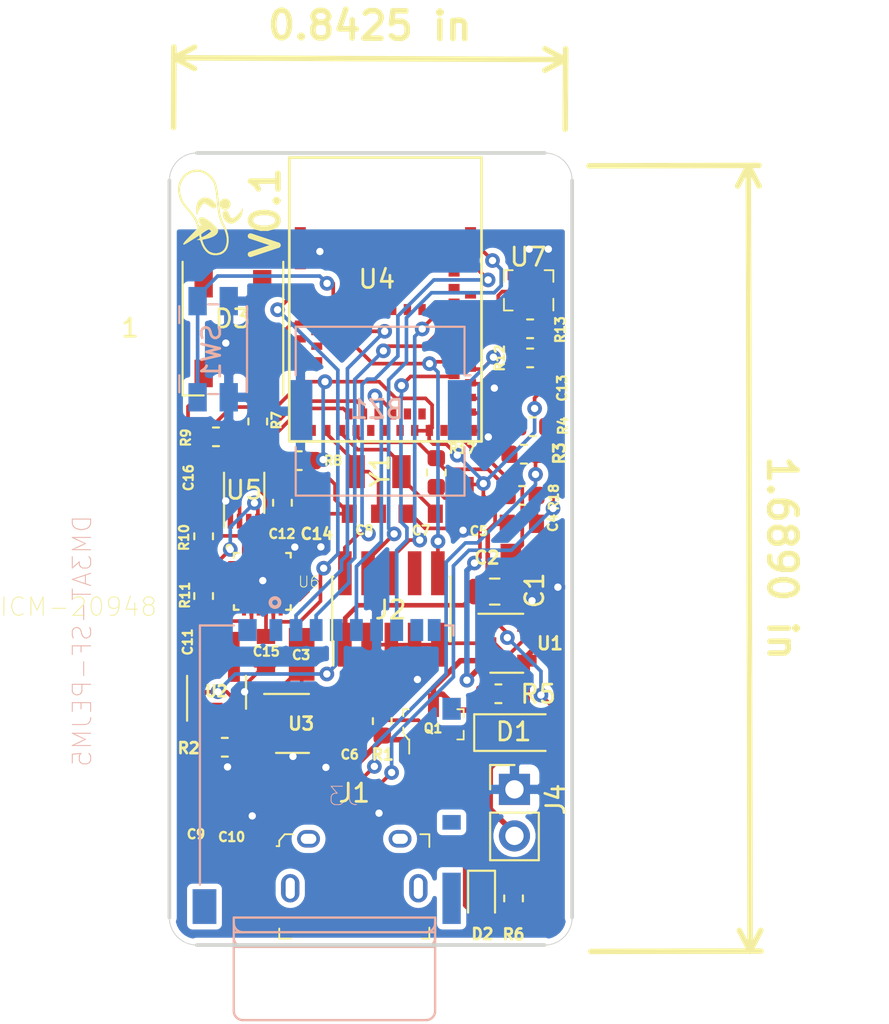
<source format=kicad_pcb>
(kicad_pcb (version 20171130) (host pcbnew 5.1.6-c6e7f7d~86~ubuntu20.04.1)
  (layers (0 F.Cu signal) (31 B.Cu signal) (34 B.Paste user) (35 F.Paste user) (36 B.SilkS user) (37 F.SilkS user) (38 B.Mask user hide) (39 F.Mask user) (44 Edge.Cuts user))
  (net 0 "")
  (net 1 GND)
  (net 2 +3V3)
  (net 3 VBUS)
  (net 4 "Net-(C3-Pad1)")
  (net 5 "Net-(C7-Pad1)")
  (net 6 "Net-(C8-Pad1)")
  (net 7 +1V8)
  (net 8 "Net-(C12-Pad1)")
  (net 9 "Net-(C15-Pad2)")
  (net 10 USB_D+)
  (net 11 USB_D-)
  (net 12 RESET)
  (net 13 SWO)
  (net 14 SWCLK)
  (net 15 SWDIO)
  (net 16 SD_CS)
  (net 17 SD_MOSI)
  (net 18 SD_SCK)
  (net 19 SD_MISO)
  (net 20 "Net-(R2-Pad1)")
  (net 21 "Net-(R3-Pad2)")
  (net 22 "Net-(R4-Pad2)")
  (net 23 "Net-(R5-Pad1)")
  (net 24 "Net-(D2-Pad1)")
  (net 25 "Net-(R6-Pad1)")
  (net 26 SCL_MPU)
  (net 27 SDA_MPU)
  (net 28 "Net-(R10-Pad1)")
  (net 29 "Net-(R11-Pad1)")
  (net 30 BMP_SCL)
  (net 31 BMP_SDA)
  (net 32 +BATT)
  (net 33 BUZZER)
  (net 34 VDIV)
  (net 35 NEO_LED)
  (net 36 "Net-(D3-Pad2)")
  (net 37 "Net-(J2-Pad8)")
  (net 38 "Net-(J3-Pad1)")
  (net 39 "Net-(J3-Pad8)")
  (net 40 "Net-(J3-PadSWB)")
  (net 41 "Net-(J3-PadSWA)")
  (net 42 "Net-(U2-Pad4)")
  (net 43 "Net-(U3-Pad4)")
  (net 44 "Net-(U4-Pad29)")
  (net 45 "Net-(U4-Pad27)")
  (net 46 "Net-(U4-Pad23)")
  (net 47 "Net-(U4-Pad31)")
  (net 48 "Net-(U4-Pad26)")
  (net 49 "Net-(U4-Pad24)")
  (net 50 "Net-(U4-Pad22)")
  (net 51 "Net-(U4-Pad16)")
  (net 52 IMU_FSYC)
  (net 53 "Net-(U4-Pad60)")
  (net 54 "Net-(U4-Pad59)")
  (net 55 "Net-(U4-Pad58)")
  (net 56 "Net-(U4-Pad57)")
  (net 57 "Net-(U4-Pad36)")
  (net 58 "Net-(U4-Pad42)")
  (net 59 "Net-(U4-Pad45)")
  (net 60 "Net-(U4-Pad50)")
  (net 61 "Net-(U4-Pad52)")
  (net 62 "Net-(U4-Pad54)")
  (net 63 "Net-(U4-Pad41)")
  (net 64 "Net-(U4-Pad46)")
  (net 65 "Net-(U4-Pad48)")
  (net 66 "Net-(U4-Pad13)")
  (net 67 "Net-(U4-Pad11)")
  (net 68 "Net-(U4-Pad9)")
  (net 69 "Net-(U4-Pad7)")
  (net 70 "Net-(U4-Pad5)")
  (net 71 "Net-(U4-Pad14)")
  (net 72 "Net-(U4-Pad12)")
  (net 73 "Net-(U4-Pad6)")
  (net 74 "Net-(U4-Pad3)")
  (net 75 "Net-(U4-Pad10)")
  (net 76 "Net-(U6-Pad7)")
  (net 77 "Net-(U6-Pad12)")
  (net 78 "Net-(U6-Pad19)")
  (net 79 "Net-(U6-Pad21)")
  (net 80 "Net-(J1-Pad4)")
  (net 81 "Net-(U4-Pad61)")
  (module extra:gait_logo (layer F.Cu) (at 138.5 89.5)
    (fp_text reference G*** hide)
    (fp_text value LOGO hide)
  )
  (module LED_SMD:LED_WS2812B_PLCC4_5.0x5.0mm_P3.2mm (layer F.Cu) (at 139.72 95.84 270)
    (fp_text reference D3 (at -0.54 0.02) (layer F.SilkS))
    (fp_text value WS2812B)
    (fp_text user 1 (at -0.04 5.62) (layer F.SilkS))
    (pad 1 smd rect (at -2.45 -1.6 270) (size 1.5 1) (layers F.Cu F.Paste F.Mask) (net 2 +3V3))
    (pad 2 smd rect (at -2.45 1.6 270) (size 1.5 1) (layers F.Cu F.Paste F.Mask) (net 36 "Net-(D3-Pad2)"))
    (pad 4 smd rect (at 2.45 -1.6 270) (size 1.5 1) (layers F.Cu F.Paste F.Mask) (net 35 NEO_LED))
    (pad 3 smd rect (at 2.45 1.6 270) (size 1.5 1) (layers F.Cu F.Paste F.Mask) (net 1 GND))
  )
  (module extra:MDBT50Q-1M (layer F.Cu) (at 142.8 102)
    (fp_text reference U4 (at 4.77892 -8.8604) (layer F.SilkS))
    (fp_text value MDBT50Q-1M)
    (pad 29 smd rect (at 7.25 -1.5 90) (size 0.6 0.4) (layers F.Cu F.Paste F.Mask) (net 44 "Net-(U4-Pad29)"))
    (pad 27 smd rect (at 6.45 -1.5 90) (size 0.6 0.4) (layers F.Cu F.Paste F.Mask) (net 45 "Net-(U4-Pad27)"))
    (pad 25 smd rect (at 5.65 -1.5 90) (size 0.6 0.4) (layers F.Cu F.Paste F.Mask) (net 18 SD_SCK))
    (pad 23 smd rect (at 4.85 -1.5 90) (size 0.6 0.4) (layers F.Cu F.Paste F.Mask) (net 46 "Net-(U4-Pad23)"))
    (pad 21 smd rect (at 4.05 -1.5 90) (size 0.6 0.4) (layers F.Cu F.Paste F.Mask) (net 27 SDA_MPU))
    (pad 19 smd rect (at 3.25 -1.5 90) (size 0.6 0.4) (layers F.Cu F.Paste F.Mask) (net 26 SCL_MPU))
    (pad 33 smd rect (at 10.05 -0.6 90) (size 0.6 0.4) (layers F.Cu F.Paste F.Mask) (net 1 GND))
    (pad 32 smd rect (at 9.25 -0.6 90) (size 0.6 0.4) (layers F.Cu F.Paste F.Mask) (net 3 VBUS))
    (pad 31 smd rect (at 8.45 -0.6 90) (size 0.6 0.4) (layers F.Cu F.Paste F.Mask) (net 47 "Net-(U4-Pad31)"))
    (pad 30 smd rect (at 7.65 -0.6 90) (size 0.6 0.4) (layers F.Cu F.Paste F.Mask) (net 2 +3V3))
    (pad 28 smd rect (at 6.85 -0.6 90) (size 0.6 0.4) (layers F.Cu F.Paste F.Mask) (net 2 +3V3))
    (pad 26 smd rect (at 6.05 -0.6 90) (size 0.6 0.4) (layers F.Cu F.Paste F.Mask) (net 48 "Net-(U4-Pad26)"))
    (pad 24 smd rect (at 5.25 -0.6 90) (size 0.6 0.4) (layers F.Cu F.Paste F.Mask) (net 49 "Net-(U4-Pad24)"))
    (pad 22 smd rect (at 4.45 -0.6 90) (size 0.6 0.4) (layers F.Cu F.Paste F.Mask) (net 50 "Net-(U4-Pad22)"))
    (pad 20 smd rect (at 3.65 -0.6 90) (size 0.6 0.4) (layers F.Cu F.Paste F.Mask) (net 34 VDIV))
    (pad 18 smd rect (at 2.85 -0.6 90) (size 0.6 0.4) (layers F.Cu F.Paste F.Mask) (net 5 "Net-(C7-Pad1)"))
    (pad 17 smd rect (at 2.05 -0.6 90) (size 0.6 0.4) (layers F.Cu F.Paste F.Mask) (net 6 "Net-(C8-Pad1)"))
    (pad 16 smd rect (at 1.25 -0.6 90) (size 0.6 0.4) (layers F.Cu F.Paste F.Mask) (net 51 "Net-(U4-Pad16)"))
    (pad 15 smd rect (at 0.45 -0.6 90) (size 0.6 0.4) (layers F.Cu F.Paste F.Mask) (net 1 GND))
    (pad 61 smd rect (at 7.25 -7.2 90) (size 0.6 0.4) (layers F.Cu F.Paste F.Mask) (net 81 "Net-(U4-Pad61)"))
    (pad 60 smd rect (at 6.45 -7.2 90) (size 0.6 0.4) (layers F.Cu F.Paste F.Mask) (net 53 "Net-(U4-Pad60)"))
    (pad 59 smd rect (at 5.65 -7.2 90) (size 0.6 0.4) (layers F.Cu F.Paste F.Mask) (net 54 "Net-(U4-Pad59)"))
    (pad 58 smd rect (at 4.85 -7.2 90) (size 0.6 0.4) (layers F.Cu F.Paste F.Mask) (net 55 "Net-(U4-Pad58)"))
    (pad 57 smd rect (at 4.05 -7.2 90) (size 0.6 0.4) (layers F.Cu F.Paste F.Mask) (net 56 "Net-(U4-Pad57)"))
    (pad 56 smd rect (at 3.25 -7.2 90) (size 0.6 0.4) (layers F.Cu F.Paste F.Mask) (net 16 SD_CS))
    (pad 36 smd rect (at 9 -2.8) (size 0.6 0.4) (layers F.Cu F.Paste F.Mask) (net 57 "Net-(U4-Pad36)"))
    (pad 38 smd rect (at 9 -3.6) (size 0.6 0.4) (layers F.Cu F.Paste F.Mask) (net 19 SD_MISO))
    (pad 40 smd rect (at 9 -4.4) (size 0.6 0.4) (layers F.Cu F.Paste F.Mask) (net 12 RESET))
    (pad 42 smd rect (at 9 -5.2) (size 0.6 0.4) (layers F.Cu F.Paste F.Mask) (net 58 "Net-(U4-Pad42)"))
    (pad 43 smd rect (at 9 -6) (size 0.6 0.4) (layers F.Cu F.Paste F.Mask) (net 17 SD_MOSI))
    (pad 45 smd rect (at 9 -6.8) (size 0.6 0.4) (layers F.Cu F.Paste F.Mask) (net 59 "Net-(U4-Pad45)"))
    (pad 47 smd rect (at 9 -7.6) (size 0.6 0.4) (layers F.Cu F.Paste F.Mask) (net 13 SWO))
    (pad 49 smd rect (at 9 -8.4) (size 0.6 0.4) (layers F.Cu F.Paste F.Mask))
    (pad 50 smd rect (at 9 -9.2) (size 0.6 0.4) (layers F.Cu F.Paste F.Mask) (net 60 "Net-(U4-Pad50)"))
    (pad 52 smd rect (at 9 -10) (size 0.6 0.4) (layers F.Cu F.Paste F.Mask) (net 61 "Net-(U4-Pad52)"))
    (pad 54 smd rect (at 9 -10.8) (size 0.6 0.4) (layers F.Cu F.Paste F.Mask) (net 62 "Net-(U4-Pad54)"))
    (pad 34 smd rect (at 9.9 -1.6) (size 0.6 0.4) (layers F.Cu F.Paste F.Mask) (net 21 "Net-(R3-Pad2)"))
    (pad 35 smd rect (at 9.9 -2.4) (size 0.6 0.4) (layers F.Cu F.Paste F.Mask) (net 22 "Net-(R4-Pad2)"))
    (pad 37 smd rect (at 9.9 -3.2) (size 0.6 0.4) (layers F.Cu F.Paste F.Mask) (net 30 BMP_SCL))
    (pad 39 smd rect (at 9.9 -4) (size 0.6 0.4) (layers F.Cu F.Paste F.Mask) (net 33 BUZZER))
    (pad 41 smd rect (at 9.9 -4.8) (size 0.6 0.4) (layers F.Cu F.Paste F.Mask) (net 63 "Net-(U4-Pad41)"))
    (pad 44 smd rect (at 9.9 -6.4) (size 0.6 0.4) (layers F.Cu F.Paste F.Mask) (net 31 BMP_SDA))
    (pad 46 smd rect (at 9.9 -7.2) (size 0.6 0.4) (layers F.Cu F.Paste F.Mask) (net 64 "Net-(U4-Pad46)"))
    (pad 48 smd rect (at 9.9 -8) (size 0.6 0.4) (layers F.Cu F.Paste F.Mask) (net 65 "Net-(U4-Pad48)"))
    (pad 51 smd rect (at 9.9 -9.6) (size 0.6 0.4) (layers F.Cu F.Paste F.Mask) (net 15 SWDIO))
    (pad 53 smd rect (at 9.9 -10.4) (size 0.6 0.4) (layers F.Cu F.Paste F.Mask) (net 14 SWCLK))
    (pad 55 smd rect (at 9.9 -11.5) (size 0.6 0.4) (layers F.Cu F.Paste F.Mask) (net 1 GND))
    (pad 13 smd rect (at 1.5 -4.4) (size 0.6 0.4) (layers F.Cu F.Paste F.Mask) (net 66 "Net-(U4-Pad13)"))
    (pad 11 smd rect (at 1.5 -5.2) (size 0.6 0.4) (layers F.Cu F.Paste F.Mask) (net 67 "Net-(U4-Pad11)"))
    (pad 9 smd rect (at 1.5 -6) (size 0.6 0.4) (layers F.Cu F.Paste F.Mask) (net 68 "Net-(U4-Pad9)"))
    (pad 7 smd rect (at 1.5 -6.8) (size 0.6 0.4) (layers F.Cu F.Paste F.Mask) (net 69 "Net-(U4-Pad7)"))
    (pad 5 smd rect (at 1.5 -7.6) (size 0.6 0.4) (layers F.Cu F.Paste F.Mask) (net 70 "Net-(U4-Pad5)"))
    (pad 14 smd rect (at 0.6 -4) (size 0.6 0.4) (layers F.Cu F.Paste F.Mask) (net 71 "Net-(U4-Pad14)"))
    (pad 12 smd rect (at 0.6 -4.8) (size 0.6 0.4) (layers F.Cu F.Paste F.Mask) (net 72 "Net-(U4-Pad12)"))
    (pad 6 smd rect (at 0.6 -7.2) (size 0.6 0.4) (layers F.Cu F.Paste F.Mask) (net 73 "Net-(U4-Pad6)"))
    (pad 3 smd rect (at 0.6 -9.6) (size 0.6 0.4) (layers F.Cu F.Paste F.Mask) (net 74 "Net-(U4-Pad3)"))
    (pad 8 smd rect (at 0.6 -6.4) (size 0.6 0.4) (layers F.Cu F.Paste F.Mask) (net 35 NEO_LED))
    (pad 10 smd rect (at 0.6 -5.6) (size 0.6 0.4) (layers F.Cu F.Paste F.Mask) (net 75 "Net-(U4-Pad10)"))
    (pad 4 smd rect (at 0.6 -8) (size 0.6 0.4) (layers F.Cu F.Paste F.Mask) (net 52 IMU_FSYC))
    (pad 2 smd rect (at 0.6 -10.4) (size 0.6 0.4) (layers F.Cu F.Paste F.Mask) (net 1 GND))
    (pad 1 smd rect (at 0.6 -11.5) (size 0.6 0.4) (layers F.Cu F.Paste F.Mask) (net 1 GND))
  )
  (module Capacitor_SMD:C_0805_2012Metric (layer F.Cu) (at 154.02 110.2)
    (fp_text reference C1 (at 2.1803 -0.06466 90) (layer F.SilkS))
    (fp_text value 10uF)
    (pad 2 smd roundrect (at 0.9375 0) (size 0.975 1.4) (layers F.Cu F.Paste F.Mask) (net 1 GND))
    (pad 1 smd roundrect (at -0.9375 0) (size 0.975 1.4) (layers F.Cu F.Paste F.Mask) (net 2 +3V3))
  )
  (module Capacitor_SMD:C_0603_1608Metric (layer F.Cu) (at 142.425 105.35 270)
    (fp_text reference C12 (at 1.7 0.025) (layer F.SilkS) (effects (font (size 0.5 0.5) (thickness 0.125))))
    (fp_text value 100PF)
    (pad 2 smd roundrect (at 0.7875 0 270) (size 0.875 0.95) (layers F.Cu F.Paste F.Mask) (net 1 GND))
    (pad 1 smd roundrect (at -0.7875 0 270) (size 0.875 0.95) (layers F.Cu F.Paste F.Mask) (net 8 "Net-(C12-Pad1)"))
  )
  (module Resistor_SMD:R_0603_1608Metric (layer F.Cu) (at 138.7925 101.75 180)
    (fp_text reference R9 (at 1.6425 -0.05 270) (layer F.SilkS) (effects (font (size 0.5 0.5) (thickness 0.125))))
    (fp_text value 4.7K)
    (pad 2 smd roundrect (at 0.7875 0 180) (size 0.875 0.95) (layers F.Cu F.Paste F.Mask) (net 2 +3V3))
    (pad 1 smd roundrect (at -0.7875 0 180) (size 0.875 0.95) (layers F.Cu F.Paste F.Mask) (net 27 SDA_MPU))
  )
  (module Package_LGA:Bosch_LGA-8_2x2.5mm_P0.65mm_ClockwisePinNumbering (layer F.Cu) (at 155.875 93.75 180)
    (fp_text reference U7 (at 0.02568 1.81978 180) (layer F.SilkS))
    (fp_text value BMP280)
    (pad 8 smd rect (at -0.975 0.8 270) (size 0.5 0.35) (layers F.Cu F.Paste F.Mask) (net 2 +3V3))
    (pad 2 smd rect (at -0.325 -0.8 270) (size 0.5 0.35) (layers F.Cu F.Paste F.Mask) (net 2 +3V3))
    (pad 3 smd rect (at 0.325 -0.8 270) (size 0.5 0.35) (layers F.Cu F.Paste F.Mask) (net 31 BMP_SDA))
    (pad 4 smd rect (at 0.975 -0.8 270) (size 0.5 0.35) (layers F.Cu F.Paste F.Mask) (net 30 BMP_SCL))
    (pad 7 smd rect (at -0.325 0.8 270) (size 0.5 0.35) (layers F.Cu F.Paste F.Mask) (net 1 GND))
    (pad 6 smd rect (at 0.325 0.8 270) (size 0.5 0.35) (layers F.Cu F.Paste F.Mask) (net 2 +3V3))
    (pad 5 smd rect (at 0.975 0.8 270) (size 0.5 0.35) (layers F.Cu F.Paste F.Mask) (net 1 GND))
    (pad 1 smd rect (at -0.975 -0.8 270) (size 0.5 0.35) (layers F.Cu F.Paste F.Mask) (net 1 GND))
  )
  (module extra:ICM-20948 (layer F.Cu) (at 141.3263 109.6434)
    (fp_text reference U6 (at 2.54438 0.02872) (layer F.SilkS) (effects (font (size 0.6 0.6) (thickness 0.05))))
    (fp_text value ICM-20948 (at -10.04386 1.39016) (layer F.SilkS) (effects (font (size 1.00069 1.00069) (thickness 0.05))))
    (pad 1 smd rect (at -1.545 -1) (size 0.64 0.22) (layers F.Cu F.Paste F.Mask))
    (pad 2 smd rect (at -1.545 -0.6) (size 0.64 0.22) (layers F.Cu F.Paste F.Mask))
    (pad 3 smd rect (at -1.545 -0.2) (size 0.64 0.22) (layers F.Cu F.Paste F.Mask))
    (pad 4 smd rect (at -1.545 0.2) (size 0.64 0.22) (layers F.Cu F.Paste F.Mask))
    (pad 5 smd rect (at -1.545 0.6) (size 0.64 0.22) (layers F.Cu F.Paste F.Mask))
    (pad 6 smd rect (at -1.545 1) (size 0.64 0.22) (layers F.Cu F.Paste F.Mask))
    (pad 7 smd rect (at -1 1.545 90) (size 0.64 0.22) (layers F.Cu F.Paste F.Mask) (net 76 "Net-(U6-Pad7)"))
    (pad 8 smd rect (at -0.6 1.545 90) (size 0.64 0.22) (layers F.Cu F.Paste F.Mask) (net 7 +1V8))
    (pad 9 smd rect (at -0.2 1.545 90) (size 0.64 0.22) (layers F.Cu F.Paste F.Mask) (net 1 GND))
    (pad 10 smd rect (at 0.2 1.545 90) (size 0.64 0.22) (layers F.Cu F.Paste F.Mask) (net 9 "Net-(C15-Pad2)"))
    (pad 11 smd rect (at 0.6 1.545 90) (size 0.64 0.22) (layers F.Cu F.Paste F.Mask) (net 52 IMU_FSYC))
    (pad 12 smd rect (at 1 1.545 90) (size 0.64 0.22) (layers F.Cu F.Paste F.Mask) (net 77 "Net-(U6-Pad12)"))
    (pad 13 smd rect (at 1.545 1 180) (size 0.64 0.22) (layers F.Cu F.Paste F.Mask) (net 7 +1V8))
    (pad 14 smd rect (at 1.545 0.6 180) (size 0.64 0.22) (layers F.Cu F.Paste F.Mask))
    (pad 15 smd rect (at 1.545 0.2 180) (size 0.64 0.22) (layers F.Cu F.Paste F.Mask))
    (pad 16 smd rect (at 1.545 -0.2 180) (size 0.64 0.22) (layers F.Cu F.Paste F.Mask))
    (pad 17 smd rect (at 1.545 -0.6 180) (size 0.64 0.22) (layers F.Cu F.Paste F.Mask))
    (pad 18 smd rect (at 1.545 -1 180) (size 0.64 0.22) (layers F.Cu F.Paste F.Mask) (net 1 GND))
    (pad 19 smd rect (at 1 -1.545 270) (size 0.64 0.22) (layers F.Cu F.Paste F.Mask) (net 78 "Net-(U6-Pad19)"))
    (pad 20 smd rect (at 0.6 -1.545 270) (size 0.64 0.22) (layers F.Cu F.Paste F.Mask) (net 1 GND))
    (pad 21 smd rect (at 0.2 -1.545 270) (size 0.64 0.22) (layers F.Cu F.Paste F.Mask) (net 79 "Net-(U6-Pad21)"))
    (pad 22 smd rect (at -0.2 -1.545 270) (size 0.64 0.22) (layers F.Cu F.Paste F.Mask) (net 7 +1V8))
    (pad 23 smd rect (at -0.6 -1.545 270) (size 0.64 0.22) (layers F.Cu F.Paste F.Mask) (net 29 "Net-(R11-Pad1)"))
    (pad 24 smd rect (at -1 -1.545 270) (size 0.64 0.22) (layers F.Cu F.Paste F.Mask) (net 28 "Net-(R10-Pad1)"))
    (pad 25 smd rect (at 0 0 90) (size 1.54 1.7) (layers F.Cu F.Paste F.Mask) (net 1 GND))
  )
  (module Package_TO_SOT_SMD:SOT-23-5 (layer F.Cu) (at 142.97476 117.4)
    (fp_text reference U3 (at 0.47174 0.01348) (layer F.SilkS) (effects (font (size 0.7 0.7))))
    (fp_text value AP2112K-3.3)
    (pad 5 smd rect (at 1.1 -0.95) (size 1.06 0.65) (layers F.Cu F.Paste F.Mask) (net 2 +3V3))
    (pad 4 smd rect (at 1.1 0.95) (size 1.06 0.65) (layers F.Cu F.Paste F.Mask) (net 43 "Net-(U3-Pad4)"))
    (pad 3 smd rect (at -1.1 0.95) (size 1.06 0.65) (layers F.Cu F.Paste F.Mask) (net 20 "Net-(R2-Pad1)"))
    (pad 2 smd rect (at -1.1 0) (size 1.06 0.65) (layers F.Cu F.Paste F.Mask) (net 1 GND))
    (pad 1 smd rect (at -1.1 -0.95) (size 1.06 0.65) (layers F.Cu F.Paste F.Mask) (net 4 "Net-(C3-Pad1)"))
  )
  (module Package_TO_SOT_SMD:SOT-23-5 (layer F.Cu) (at 138.825 115.7 90)
    (fp_text reference U2 (at 0.05888 -0.01654 180) (layer F.SilkS) (effects (font (size 0.6 0.6))))
    (fp_text value TLV70218_SOT23-5)
    (pad 5 smd rect (at 1.1 -0.95 90) (size 1.06 0.65) (layers F.Cu F.Paste F.Mask) (net 7 +1V8))
    (pad 4 smd rect (at 1.1 0.95 90) (size 1.06 0.65) (layers F.Cu F.Paste F.Mask) (net 42 "Net-(U2-Pad4)"))
    (pad 3 smd rect (at -1.1 0.95 90) (size 1.06 0.65) (layers F.Cu F.Paste F.Mask) (net 2 +3V3))
    (pad 2 smd rect (at -1.1 0 90) (size 1.06 0.65) (layers F.Cu F.Paste F.Mask) (net 1 GND))
    (pad 1 smd rect (at -1.1 -0.95 90) (size 1.06 0.65) (layers F.Cu F.Paste F.Mask) (net 2 +3V3))
  )
  (module Package_TO_SOT_SMD:SOT-23-5 (layer F.Cu) (at 154.67908 113.0216)
    (fp_text reference U1 (at 2.35896 0.0084 180) (layer F.SilkS) (effects (font (size 0.7 0.7))))
    (fp_text value MCP73831-2-OT)
    (pad 5 smd rect (at 1.1 -0.95) (size 1.06 0.65) (layers F.Cu F.Paste F.Mask) (net 23 "Net-(R5-Pad1)"))
    (pad 4 smd rect (at 1.1 0.95) (size 1.06 0.65) (layers F.Cu F.Paste F.Mask) (net 3 VBUS))
    (pad 3 smd rect (at -1.1 0.95) (size 1.06 0.65) (layers F.Cu F.Paste F.Mask) (net 32 +BATT))
    (pad 2 smd rect (at -1.1 0) (size 1.06 0.65) (layers F.Cu F.Paste F.Mask) (net 1 GND))
    (pad 1 smd rect (at -1.1 -0.95) (size 1.06 0.65) (layers F.Cu F.Paste F.Mask) (net 25 "Net-(R6-Pad1)"))
  )
  (module Buttons_Switches_SMD:Panasonic_EVQPUJ_EVQPUA (layer B.Cu) (at 138.64 96.965 270)
    (fp_text reference SW1 (at 0.14316 0.09788 270) (layer B.SilkS) (effects (justify mirror)))
    (fp_text value SW_Push)
    (pad 1 smd rect (at 2.625 0.85 90) (size 1.55 1) (layers B.Cu B.Paste B.Mask) (net 12 RESET))
    (pad 1 smd rect (at -2.625 0.85 90) (size 1.55 1) (layers B.Cu B.Paste B.Mask) (net 12 RESET))
    (pad 2 smd rect (at -2.625 -0.85 90) (size 1.55 1) (layers B.Cu B.Paste B.Mask) (net 1 GND))
    (pad 2 smd rect (at 2.625 -0.85 90) (size 1.55 1) (layers B.Cu B.Paste B.Mask) (net 1 GND))
  )
  (module extra:HRS_DM3AT-SF-PEJM5 (layer B.Cu) (at 145.26584 112.30024 180)
    (fp_text reference J3 (at -0.48444 -9.07112 180) (layer B.SilkS) (effects (font (size 1.0021 1.0021) (thickness 0.05)) (justify mirror)))
    (fp_text value DM3AT-SF-PEJM5 (at 13.7802 -0.60022 90) (layer B.SilkS) (effects (font (size 1.0025 1.0025) (thickness 0.05)) (justify mirror)))
    (pad 1 smd rect (at 3.2 0 180) (size 0.7 1.2) (layers B.Cu B.Paste B.Mask) (net 38 "Net-(J3-Pad1)"))
    (pad 2 smd rect (at 2.1 0 180) (size 0.7 1.2) (layers B.Cu B.Paste B.Mask) (net 16 SD_CS))
    (pad 3 smd rect (at 1 0 180) (size 0.7 1.2) (layers B.Cu B.Paste B.Mask) (net 17 SD_MOSI))
    (pad 4 smd rect (at -0.1 0 180) (size 0.7 1.2) (layers B.Cu B.Paste B.Mask) (net 2 +3V3))
    (pad 5 smd rect (at -1.2 0 180) (size 0.7 1.2) (layers B.Cu B.Paste B.Mask) (net 18 SD_SCK))
    (pad 6 smd rect (at -2.3 0 180) (size 0.7 1.2) (layers B.Cu B.Paste B.Mask) (net 1 GND))
    (pad 7 smd rect (at -3.4 0 180) (size 0.7 1.2) (layers B.Cu B.Paste B.Mask) (net 19 SD_MISO))
    (pad 8 smd rect (at -4.5 0 180) (size 0.7 1.2) (layers B.Cu B.Paste B.Mask) (net 39 "Net-(J3-Pad8)"))
    (pad SWB smd rect (at -5.45 0 180) (size 0.7 1.2) (layers B.Cu B.Paste B.Mask) (net 40 "Net-(J3-PadSWB)"))
    (pad P4 smd rect (at 4.75 0 180) (size 1 1.2) (layers B.Cu B.Paste B.Mask))
    (pad P1 smd rect (at -6.4 -4.3 180) (size 1 1.2) (layers B.Cu B.Paste B.Mask))
    (pad SWA smd rect (at -6.4 -10.5 180) (size 1 0.8) (layers B.Cu B.Paste B.Mask) (net 41 "Net-(J3-PadSWA)"))
    (pad P2 smd rect (at -6.4 -14.65 180) (size 1 2.8) (layers B.Cu B.Paste B.Mask))
    (pad P3 smd rect (at 7.1 -15.1 180) (size 1.3 1.9) (layers B.Cu B.Paste B.Mask))
  )
  (module Connector_PinHeader_1.27mm:PinHeader_2x05_P1.27mm_Vertical_SMD (layer F.Cu) (at 148.375 111.15 90)
    (fp_text reference J2 (at -0.04612 -0.039 180) (layer F.SilkS))
    (fp_text value Conn_ARM_JTAG_SWD_10-Connector_Specialized-bed-sensor-rescue-bed-sensor-rescue-bed-sensor-rescue-bed-sensor-rescue-bed-sensor-rescue-bed-sensor-rescue-bed-sensor-rescue-bed-sensor-rescue-bed-sensor-rescue)
    (pad 10 smd rect (at 1.95 2.54 90) (size 2.4 0.74) (layers F.Cu F.Paste F.Mask) (net 12 RESET))
    (pad 9 smd rect (at -1.95 2.54 90) (size 2.4 0.74) (layers F.Cu F.Paste F.Mask) (net 1 GND))
    (pad 8 smd rect (at 1.95 1.27 90) (size 2.4 0.74) (layers F.Cu F.Paste F.Mask) (net 37 "Net-(J2-Pad8)"))
    (pad 7 smd rect (at -1.95 1.27 90) (size 2.4 0.74) (layers F.Cu F.Paste F.Mask) (net 1 GND))
    (pad 6 smd rect (at 1.95 0 90) (size 2.4 0.74) (layers F.Cu F.Paste F.Mask) (net 13 SWO))
    (pad 5 smd rect (at -1.95 0 90) (size 2.4 0.74) (layers F.Cu F.Paste F.Mask) (net 1 GND))
    (pad 4 smd rect (at 1.95 -1.27 90) (size 2.4 0.74) (layers F.Cu F.Paste F.Mask) (net 14 SWCLK))
    (pad 3 smd rect (at -1.95 -1.27 90) (size 2.4 0.74) (layers F.Cu F.Paste F.Mask) (net 1 GND))
    (pad 2 smd rect (at 1.95 -2.54 90) (size 2.4 0.74) (layers F.Cu F.Paste F.Mask) (net 15 SWDIO))
    (pad 1 smd rect (at -1.95 -2.54 90) (size 2.4 0.74) (layers F.Cu F.Paste F.Mask) (net 2 +3V3))
  )
  (module Capacitor_SMD:C_0603_1608Metric (layer F.Cu) (at 138.1386 104.0046 270)
    (fp_text reference C16 (at -0.02462 0.84398 90) (layer F.SilkS) (effects (font (size 0.5 0.5) (thickness 0.125))))
    (fp_text value .1uF)
    (pad 2 smd rect (at 0.8 0 270) (size 0.82 1) (layers F.Cu F.Paste F.Mask) (net 7 +1V8))
    (pad 1 smd rect (at -0.8 0 270) (size 0.82 1) (layers F.Cu F.Paste F.Mask) (net 1 GND))
  )
  (module Capacitor_SMD:C_0603_1608Metric (layer F.Cu) (at 141.525 113.45 90)
    (fp_text reference C15 (at -0.0245 0.0165 180) (layer F.SilkS) (effects (font (size 0.5 0.5) (thickness 0.125))))
    (fp_text value .1uF)
    (pad 2 smd rect (at 0.8 0 90) (size 0.82 1) (layers F.Cu F.Paste F.Mask) (net 9 "Net-(C15-Pad2)"))
    (pad 1 smd rect (at -0.8 0 90) (size 0.82 1) (layers F.Cu F.Paste F.Mask) (net 1 GND))
  )
  (module Capacitor_SMD:C_0603_1608Metric (layer F.Cu) (at 144.125 105.35 90)
    (fp_text reference C14 (at -1.7 0.175 180) (layer F.SilkS) (effects (font (size 0.6 0.6))))
    (fp_text value .1uF)
    (pad 2 smd rect (at 0.8 0 90) (size 0.82 1) (layers F.Cu F.Paste F.Mask) (net 7 +1V8))
    (pad 1 smd rect (at -0.8 0 90) (size 0.82 1) (layers F.Cu F.Paste F.Mask) (net 1 GND))
  )
  (module Capacitor_SMD:C_0603_1608Metric (layer F.Cu) (at 155.975 99.05)
    (fp_text reference C13 (at 1.725 0.04274 90) (layer F.SilkS) (effects (font (size 0.5 0.5) (thickness 0.125))))
    (fp_text value .1uF)
    (pad 2 smd rect (at 0.8 0) (size 0.82 1) (layers F.Cu F.Paste F.Mask) (net 2 +3V3))
    (pad 1 smd rect (at -0.8 0) (size 0.82 1) (layers F.Cu F.Paste F.Mask) (net 1 GND))
  )
  (module Capacitor_SMD:C_0603_1608Metric (layer F.Cu) (at 138.875 112.9)
    (fp_text reference C11 (at -1.625 0.05 270) (layer F.SilkS) (effects (font (size 0.5 0.5) (thickness 0.125))))
    (fp_text value 1uF)
    (pad 2 smd rect (at 0.8 0) (size 0.82 1) (layers F.Cu F.Paste F.Mask) (net 1 GND))
    (pad 1 smd rect (at -0.8 0) (size 0.82 1) (layers F.Cu F.Paste F.Mask) (net 7 +1V8))
  )
  (module Capacitor_SMD:C_0603_1608Metric (layer F.Cu) (at 139.575 121.775 270)
    (fp_text reference C10 (at 1.825 -0.075) (layer F.SilkS) (effects (font (size 0.5 0.5) (thickness 0.125))))
    (fp_text value 1uF)
    (pad 2 smd rect (at 0.8 0 270) (size 0.82 1) (layers F.Cu F.Paste F.Mask) (net 1 GND))
    (pad 1 smd rect (at -0.8 0 270) (size 0.82 1) (layers F.Cu F.Paste F.Mask) (net 2 +3V3))
  )
  (module Capacitor_SMD:C_0603_1608Metric (layer F.Cu) (at 137.775 121.75 270)
    (fp_text reference C9 (at 1.7 0.075) (layer F.SilkS) (effects (font (size 0.5 0.5) (thickness 0.125))))
    (fp_text value .1uF)
    (pad 2 smd rect (at 0.8 0 270) (size 0.82 1) (layers F.Cu F.Paste F.Mask) (net 1 GND))
    (pad 1 smd rect (at -0.8 0 270) (size 0.82 1) (layers F.Cu F.Paste F.Mask) (net 2 +3V3))
  )
  (module Capacitor_SMD:C_0603_1608Metric (layer F.Cu) (at 146.875 105.95 180)
    (fp_text reference C8 (at -0.025 -0.9 180) (layer F.SilkS) (effects (font (size 0.5 0.5) (thickness 0.125))))
    (fp_text value 12pF)
    (pad 2 smd rect (at 0.8 0 180) (size 0.82 1) (layers F.Cu F.Paste F.Mask) (net 1 GND))
    (pad 1 smd rect (at -0.8 0 180) (size 0.82 1) (layers F.Cu F.Paste F.Mask) (net 6 "Net-(C8-Pad1)"))
  )
  (module Capacitor_SMD:C_0603_1608Metric (layer F.Cu) (at 149.975 105.95 180)
    (fp_text reference C7 (at -0.025 -0.91542) (layer F.SilkS) (effects (font (size 0.5 0.5) (thickness 0.125))))
    (fp_text value 12pF)
    (pad 2 smd rect (at 0.8 0 180) (size 0.82 1) (layers F.Cu F.Paste F.Mask) (net 1 GND))
    (pad 1 smd rect (at -0.8 0 180) (size 0.82 1) (layers F.Cu F.Paste F.Mask) (net 5 "Net-(C7-Pad1)"))
  )
  (module Capacitor_SMD:C_0805_2012Metric (layer F.Cu) (at 146.1396 117.22332 270)
    (fp_text reference C6 (at 1.87668 0.0396) (layer F.SilkS) (effects (font (size 0.5 0.5) (thickness 0.125))))
    (fp_text value 10uF)
    (pad 2 smd rect (at 0.88 0 270) (size 1.12 1.4) (layers F.Cu F.Paste F.Mask) (net 1 GND))
    (pad 1 smd rect (at -0.88 0 270) (size 1.12 1.4) (layers F.Cu F.Paste F.Mask) (net 2 +3V3))
  )
  (module Capacitor_SMD:C_0603_1608Metric (layer F.Cu) (at 152.375 105.15 270)
    (fp_text reference C5 (at 1.75 -0.775) (layer F.SilkS) (effects (font (size 0.5 0.5) (thickness 0.125))))
    (fp_text value .1uF)
    (pad 2 smd rect (at 0.8 0 270) (size 0.82 1) (layers F.Cu F.Paste F.Mask) (net 1 GND))
    (pad 1 smd rect (at -0.8 0 270) (size 0.82 1) (layers F.Cu F.Paste F.Mask) (net 2 +3V3))
  )
  (module Capacitor_SMD:C_0603_1608Metric (layer F.Cu) (at 155.5025 106.5)
    (fp_text reference C4 (at 1.6975 -0.05 -270) (layer F.SilkS) (effects (font (size 0.5 0.5) (thickness 0.125))))
    (fp_text value .1uF)
    (pad 2 smd rect (at 0.8 0) (size 0.82 1) (layers F.Cu F.Paste F.Mask) (net 1 GND))
    (pad 1 smd rect (at -0.8 0) (size 0.82 1) (layers F.Cu F.Paste F.Mask) (net 2 +3V3))
  )
  (module Capacitor_SMD:C_0805_2012Metric (layer F.Cu) (at 143.475 113.63 90)
    (fp_text reference C3 (at -0.035 -0.0285 180) (layer F.SilkS) (effects (font (size 0.5 0.5) (thickness 0.125))))
    (fp_text value 10uF)
    (pad 2 smd rect (at 0.88 0 90) (size 1.12 1.4) (layers F.Cu F.Paste F.Mask) (net 1 GND))
    (pad 1 smd rect (at -0.88 0 90) (size 1.12 1.4) (layers F.Cu F.Paste F.Mask) (net 4 "Net-(C3-Pad1)"))
  )
  (module Capacitor_SMD:C_0805_2012Metric (layer F.Cu) (at 155.78 108.29)
    (fp_text reference C2 (at -2.18 0.06 180) (layer F.SilkS) (effects (font (size 0.7 0.7))))
    (fp_text value 10uF)
    (pad 2 smd rect (at 0.88 0) (size 1.12 1.4) (layers F.Cu F.Paste F.Mask) (net 1 GND))
    (pad 1 smd rect (at -0.88 0) (size 1.12 1.4) (layers F.Cu F.Paste F.Mask) (net 3 VBUS))
  )
  (module digikey-footprints:SOT-23-3 (layer F.Cu) (at 150.675 117.45 90)
    (fp_text reference Q1 (at -0.2186 -0.01998 180) (layer F.SilkS) (effects (font (size 0.5 0.5) (thickness 0.125))))
    (fp_text value Q_PMOS_GSD)
    (pad 3 smd rect (at 1.05 0 90) (size 1.3 0.6) (layers F.Cu F.Paste F.Mask) (net 32 +BATT))
    (pad 2 smd rect (at -1.05 0.95 90) (size 1.3 0.6) (layers F.Cu F.Paste F.Mask) (net 4 "Net-(C3-Pad1)"))
    (pad 1 smd rect (at -1.05 -0.95 90) (size 1.3 0.6) (layers F.Cu F.Paste F.Mask) (net 3 VBUS))
  )
  (module Package_SO:VSSOP-8_2.3x2mm_P0.5mm (layer F.Cu) (at 140.33316 104.80724 90)
    (fp_text reference U5 (at 0.14908 -0.00324 180) (layer F.SilkS))
    (fp_text value PCA9306)
    (pad 1 smd rect (at -1.55 -0.75) (size 0.3 0.8) (layers F.Cu F.Paste F.Mask) (net 1 GND))
    (pad 2 smd rect (at -1.55 -0.25) (size 0.3 0.8) (layers F.Cu F.Paste F.Mask) (net 7 +1V8))
    (pad 3 smd rect (at -1.55 0.25) (size 0.3 0.8) (layers F.Cu F.Paste F.Mask) (net 28 "Net-(R10-Pad1)"))
    (pad 4 smd rect (at -1.55 0.75) (size 0.3 0.8) (layers F.Cu F.Paste F.Mask) (net 29 "Net-(R11-Pad1)"))
    (pad 5 smd rect (at 1.55 0.75) (size 0.3 0.8) (layers F.Cu F.Paste F.Mask) (net 26 SCL_MPU))
    (pad 6 smd rect (at 1.55 0.25) (size 0.3 0.8) (layers F.Cu F.Paste F.Mask) (net 27 SDA_MPU))
    (pad 7 smd rect (at 1.55 -0.25) (size 0.3 0.8) (layers F.Cu F.Paste F.Mask) (net 8 "Net-(C12-Pad1)"))
    (pad 8 smd rect (at 1.55 -0.75) (size 0.3 0.8) (layers F.Cu F.Paste F.Mask) (net 8 "Net-(C12-Pad1)"))
  )
  (module Buzzer_Beeper:Buzzer_Murata_PKMCS0909E4000-R1 (layer B.Cu) (at 147.76 100.35 180)
    (fp_text reference BZ1 (at 0.16064 0.10746) (layer B.SilkS) (effects (justify mirror)))
    (fp_text value Buzzer)
    (pad 1 smd rect (at -4.35 0 180) (size 1.3 3.4) (layers B.Cu B.Paste B.Mask) (net 33 BUZZER))
    (pad 2 smd rect (at 4.35 0 180) (size 1.3 3.4) (layers B.Cu B.Paste B.Mask) (net 1 GND))
  )
  (module Connector_PinHeader_2.54mm:PinHeader_1x02_P2.54mm_Vertical (layer F.Cu) (at 155.1 121)
    (fp_text reference J4 (at 2.25 0.55 90) (layer F.SilkS))
    (fp_text value Conn_01x02)
    (pad 1 thru_hole rect (at 0 0) (size 1.7 1.7) (drill 1) (layers *.Cu *.Mask) (net 1 GND))
    (pad 2 thru_hole oval (at 0 2.54) (size 1.7 1.7) (drill 1) (layers *.Cu *.Mask) (net 32 +BATT))
  )
  (module Diode_SMD:D_0603_1608Metric (layer F.Cu) (at 153.3024 126.92894 270)
    (fp_text reference D2 (at 1.97106 -0.0476) (layer F.SilkS) (effects (font (size 0.6 0.6))))
    (fp_text value LED)
    (pad 1 smd roundrect (at -0.7875 0 270) (size 0.875 0.95) (layers F.Cu F.Paste F.Mask) (net 24 "Net-(D2-Pad1)"))
    (pad 2 smd roundrect (at 0.7875 0 270) (size 0.875 0.95) (layers F.Cu F.Paste F.Mask) (net 3 VBUS))
  )
  (module Resistor_SMD:R_0603_1608Metric (layer F.Cu) (at 147.875 117.275 90)
    (fp_text reference R1 (at -1.825 0.025 180) (layer F.SilkS) (effects (font (size 0.6 0.6))))
    (fp_text value 100K)
    (pad 1 smd roundrect (at -0.7875 0 90) (size 0.875 0.95) (layers F.Cu F.Paste F.Mask) (net 3 VBUS))
    (pad 2 smd roundrect (at 0.7875 0 90) (size 0.875 0.95) (layers F.Cu F.Paste F.Mask) (net 1 GND))
  )
  (module Resistor_SMD:R_0603_1608Metric (layer F.Cu) (at 139.275 118.7 180)
    (fp_text reference R2 (at 1.975 -0.05 180) (layer F.SilkS) (effects (font (size 0.6 0.6))))
    (fp_text value 100K)
    (pad 1 smd roundrect (at -0.7875 0 180) (size 0.875 0.95) (layers F.Cu F.Paste F.Mask) (net 20 "Net-(R2-Pad1)"))
    (pad 2 smd roundrect (at 0.7875 0 180) (size 0.875 0.95) (layers F.Cu F.Paste F.Mask) (net 4 "Net-(C3-Pad1)"))
  )
  (module Resistor_SMD:R_0603_1608Metric (layer F.Cu) (at 155.6125 102.7 180)
    (fp_text reference R3 (at -1.9375 0.05 270) (layer F.SilkS) (effects (font (size 0.6 0.6))))
    (fp_text value 22)
    (pad 2 smd roundrect (at 0.7875 0 180) (size 0.875 0.95) (layers F.Cu F.Paste F.Mask) (net 21 "Net-(R3-Pad2)"))
    (pad 1 smd roundrect (at -0.7875 0 180) (size 0.875 0.95) (layers F.Cu F.Paste F.Mask) (net 11 USB_D-))
  )
  (module Resistor_SMD:R_0603_1608Metric (layer F.Cu) (at 156.1 101.2 180)
    (fp_text reference R4 (at -1.65 0.05 270) (layer F.SilkS) (effects (font (size 0.5 0.5) (thickness 0.125))))
    (fp_text value 22)
    (pad 1 smd roundrect (at -0.7875 0 180) (size 0.875 0.95) (layers F.Cu F.Paste F.Mask) (net 10 USB_D+))
    (pad 2 smd roundrect (at 0.7875 0 180) (size 0.875 0.95) (layers F.Cu F.Paste F.Mask) (net 22 "Net-(R4-Pad2)"))
  )
  (module Resistor_SMD:R_0603_1608Metric (layer F.Cu) (at 154.22188 115.78004 180)
    (fp_text reference R5 (at -2.17812 -0.01996 180) (layer F.SilkS))
    (fp_text value 4.7K)
    (pad 2 smd roundrect (at 0.7875 0 180) (size 0.875 0.95) (layers F.Cu F.Paste F.Mask) (net 1 GND))
    (pad 1 smd roundrect (at -0.7875 0 180) (size 0.875 0.95) (layers F.Cu F.Paste F.Mask) (net 23 "Net-(R5-Pad1)"))
  )
  (module Resistor_SMD:R_0603_1608Metric (layer F.Cu) (at 155.04992 126.95444 90)
    (fp_text reference R6 (at -1.97056 0.00008 180) (layer F.SilkS) (effects (font (size 0.6 0.6))))
    (fp_text value 1K)
    (pad 1 smd roundrect (at -0.7875 0 90) (size 0.875 0.95) (layers F.Cu F.Paste F.Mask) (net 25 "Net-(R6-Pad1)"))
    (pad 2 smd roundrect (at 0.7875 0 90) (size 0.875 0.95) (layers F.Cu F.Paste F.Mask) (net 24 "Net-(D2-Pad1)"))
  )
  (module Resistor_SMD:R_0603_1608Metric (layer F.Cu) (at 141.075 100.9125 90)
    (fp_text reference R7 (at 0.0625 1.025 90) (layer F.SilkS) (effects (font (size 0.5 0.5) (thickness 0.125))))
    (fp_text value 4.7K)
    (pad 1 smd roundrect (at -0.7875 0 90) (size 0.875 0.95) (layers F.Cu F.Paste F.Mask) (net 26 SCL_MPU))
    (pad 2 smd roundrect (at 0.7875 0 90) (size 0.875 0.95) (layers F.Cu F.Paste F.Mask) (net 2 +3V3))
  )
  (module Resistor_SMD:R_0603_1608Metric (layer F.Cu) (at 143.3125 103.05)
    (fp_text reference R8 (at 1.875 0) (layer F.SilkS) (effects (font (size 0.5 0.5) (thickness 0.125))))
    (fp_text value 200k)
    (pad 2 smd roundrect (at 0.7875 0) (size 0.875 0.95) (layers F.Cu F.Paste F.Mask) (net 2 +3V3))
    (pad 1 smd roundrect (at -0.7875 0) (size 0.875 0.95) (layers F.Cu F.Paste F.Mask) (net 8 "Net-(C12-Pad1)"))
  )
  (module Resistor_SMD:R_0603_1608Metric (layer F.Cu) (at 138.1186 107.1796 270)
    (fp_text reference R10 (at 0.0704 1.0686 270) (layer F.SilkS) (effects (font (size 0.5 0.5) (thickness 0.125))))
    (fp_text value 4.7K)
    (pad 1 smd roundrect (at -0.7875 0 270) (size 0.875 0.95) (layers F.Cu F.Paste F.Mask) (net 28 "Net-(R10-Pad1)"))
    (pad 2 smd roundrect (at 0.7875 0 270) (size 0.875 0.95) (layers F.Cu F.Paste F.Mask) (net 7 +1V8))
  )
  (module Resistor_SMD:R_0603_1608Metric (layer F.Cu) (at 138.1186 110.4435 270)
    (fp_text reference R11 (at -0.0435 1.0186 270) (layer F.SilkS) (effects (font (size 0.5 0.5) (thickness 0.125))))
    (fp_text value 4.7K)
    (pad 2 smd roundrect (at 0.7875 0 270) (size 0.875 0.95) (layers F.Cu F.Paste F.Mask) (net 7 +1V8))
    (pad 1 smd roundrect (at -0.7875 0 270) (size 0.875 0.95) (layers F.Cu F.Paste F.Mask) (net 29 "Net-(R11-Pad1)"))
  )
  (module Resistor_SMD:R_0603_1608Metric (layer F.Cu) (at 155.955 97.44)
    (fp_text reference R12 (at -1.655 0.01 90) (layer F.SilkS) (effects (font (size 0.5 0.5) (thickness 0.125))))
    (fp_text value 4.7K)
    (pad 2 smd roundrect (at 0.7875 0) (size 0.875 0.95) (layers F.Cu F.Paste F.Mask) (net 2 +3V3))
    (pad 1 smd roundrect (at -0.7875 0) (size 0.875 0.95) (layers F.Cu F.Paste F.Mask) (net 30 BMP_SCL))
  )
  (module Resistor_SMD:R_0603_1608Metric (layer F.Cu) (at 155.955 95.85)
    (fp_text reference R13 (at 1.645 0.05 -90) (layer F.SilkS) (effects (font (size 0.5 0.5) (thickness 0.125))))
    (fp_text value 4.7K)
    (pad 1 smd roundrect (at -0.7875 0) (size 0.875 0.95) (layers F.Cu F.Paste F.Mask) (net 31 BMP_SDA))
    (pad 2 smd roundrect (at 0.7875 0) (size 0.875 0.95) (layers F.Cu F.Paste F.Mask) (net 2 +3V3))
  )
  (module "extra:FC-135 32.7680KA-AC3" (layer F.Cu) (at 147.675 103.65)
    (fp_text reference Y1 (at 0.075 -0.05 90) (layer F.SilkS))
    (fp_text value 32.768)
    (pad 1 smd rect (at 1.25 0) (size 1 1.8) (layers F.Cu F.Paste F.Mask) (net 5 "Net-(C7-Pad1)"))
    (pad 2 smd rect (at -1.25 0) (size 1 1.8) (layers F.Cu F.Paste F.Mask) (net 6 "Net-(C8-Pad1)"))
  )
  (module Resistor_SMD:R_0603_1608Metric (layer F.Cu) (at 150.83 103.7 90)
    (fp_text reference R17 (at 1.2975 1.42) (layer F.SilkS) (effects (font (size 0.5 0.5) (thickness 0.125))))
    (fp_text value 100K)
    (pad 1 smd roundrect (at -0.7875 0 90) (size 0.875 0.95) (layers F.Cu F.Paste F.Mask) (net 32 +BATT))
    (pad 2 smd roundrect (at 0.7875 0 90) (size 0.875 0.95) (layers F.Cu F.Paste F.Mask) (net 34 VDIV))
  )
  (module Resistor_SMD:R_0603_1608Metric (layer F.Cu) (at 155.5175 104.95)
    (fp_text reference R18 (at 1.7325 0.1 90) (layer F.SilkS) (effects (font (size 0.5 0.5) (thickness 0.125))))
    (fp_text value 100K)
    (pad 2 smd roundrect (at 0.7875 0) (size 0.875 0.95) (layers F.Cu F.Paste F.Mask) (net 1 GND))
    (pad 1 smd roundrect (at -0.7875 0) (size 0.875 0.95) (layers F.Cu F.Paste F.Mask) (net 34 VDIV))
  )
  (module digikey-footprints:USB_Micro_B_Female_10118194-0001LF (layer F.Cu) (at 146.35 123.7)
    (fp_text reference J1 (at 0 -2.5) (layer F.SilkS))
    (fp_text value USB_B_Mini)
    (pad 3 smd rect (at 0 0) (size 0.4 1.35) (layers F.Cu F.Paste F.Mask) (net 10 USB_D+))
    (pad 4 smd rect (at 0.65 0) (size 0.4 1.35) (layers F.Cu F.Paste F.Mask) (net 80 "Net-(J1-Pad4)"))
    (pad 5 smd rect (at 1.3 0) (size 0.4 1.35) (layers F.Cu F.Paste F.Mask) (net 1 GND))
    (pad 2 smd rect (at -0.65 0) (size 0.4 1.35) (layers F.Cu F.Paste F.Mask) (net 11 USB_D-))
    (pad 1 smd rect (at -1.3 0) (size 0.4 1.35) (layers F.Cu F.Paste F.Mask) (net 3 VBUS))
    (pad SH thru_hole oval (at 2.5 0) (size 1.25 0.95) (drill oval 0.85 0.55) (layers *.Cu *.Mask))
    (pad SH thru_hole oval (at -2.5 0) (size 1.25 0.95) (drill oval 0.85 0.55) (layers *.Cu *.Mask))
    (pad SH thru_hole oval (at -3.5 2.7) (size 1 1.55) (drill oval 0.5 1.15) (layers *.Cu *.Mask))
    (pad SH thru_hole oval (at 3.5 2.7) (size 1 1.55) (drill oval 0.5 1.15) (layers *.Cu *.Mask))
  )
  (module Diode_SMD:D_SOD-123 (layer F.Cu) (at 155.15 117.9)
    (fp_text reference D1 (at -0.1 -0.05) (layer F.SilkS))
    (fp_text value D_Schottky)
    (pad 1 smd rect (at -1.65 0) (size 0.9 1.2) (layers F.Cu F.Paste F.Mask) (net 4 "Net-(C3-Pad1)"))
    (pad 2 smd rect (at 1.65 0) (size 0.9 1.2) (layers F.Cu F.Paste F.Mask) (net 3 VBUS))
  )
  (gr_arc (start 137.75 128) (end 136.25 128) (angle -90) (layer Edge.Cuts) (width 0.05))
  (gr_arc (start 156.75 128) (end 156.75 129.5) (angle -90) (layer Edge.Cuts) (width 0.05))
  (gr_arc (start 156.75 87.75) (end 158.25 87.75) (angle -90) (layer Edge.Cuts) (width 0.05))
  (gr_arc (start 137.75 87.75) (end 137.75 86.25) (angle -90) (layer Edge.Cuts) (width 0.05))
  (gr_text "V0.1\n" (at 141.5 89.5 90) (layer F.SilkS) (effects (font (size 1.5 1.5) (thickness 0.3))))
  (gr_line (start 137.75 86.25) (end 156.75 86.25) (layer Edge.Cuts) (width 0.2))
  (gr_line (start 136.25 128) (end 136.25 87.75) (layer Edge.Cuts) (width 0.2))
  (gr_line (start 156.75 129.5) (end 137.75 129.5) (layer Edge.Cuts) (width 0.2))
  (gr_line (start 158.25 87.75) (end 158.25 128) (layer Edge.Cuts) (width 0.2))
  (dimension 42.900117 (width 0.3) (layer F.SilkS) (gr_text "1.6890 in" (at 170.024247 108.374827 270.1335564) (layer F.SilkS) (effects (font (size 1.5 1.5) (thickness 0.3)))) (feature1 (pts (xy 159.275 129.85) (xy 168.560673 129.828355))) (feature2 (pts (xy 159.175 86.95) (xy 168.460673 86.928355))) (crossbar (pts (xy 167.874253 86.929722) (xy 167.974253 129.829722))) (arrow1a (pts (xy 167.974253 129.829722) (xy 167.385208 128.704588))) (arrow1b (pts (xy 167.974253 129.829722) (xy 168.558046 128.701854))) (arrow2a (pts (xy 167.874253 86.929722) (xy 167.29046 88.05759))) (arrow2b (pts (xy 167.874253 86.929722) (xy 168.463298 88.054856))))
  (dimension 21.400234 (width 0.3) (layer F.SilkS) (gr_text "0.8425 in" (at 147.202567 79.000573 359.7322647) (layer F.SilkS) (effects (font (size 1.5 1.5) (thickness 0.3)))) (feature1 (pts (xy 157.875 84.95) (xy 157.895495 80.564136))) (feature2 (pts (xy 136.475 84.85) (xy 136.495495 80.464136))) (crossbar (pts (xy 136.492754 81.05055) (xy 157.892754 81.15055))) (arrow1a (pts (xy 157.892754 81.15055) (xy 156.763522 81.7317))) (arrow1b (pts (xy 157.892754 81.15055) (xy 156.769003 80.558872))) (arrow2a (pts (xy 136.492754 81.05055) (xy 137.616505 81.642228))) (arrow2b (pts (xy 136.492754 81.05055) (xy 137.621986 80.4694))))
  (segment (start 141.1263 109.8434) (end 141.775 109.9) (width 0.2) (layer F.Cu) (net 1))
  (segment (start 141.775 109.9) (end 141.3263 109.6434) (width 0.2) (layer F.Cu) (net 1))
  (via (at 141.351 109.601) (size 0.8) (drill 0.4) (layers F.Cu B.Cu) (net 1))
  (segment (start 141.1263 111.1884) (end 141.1263 109.8434) (width 0.2) (layer F.Cu) (net 1))
  (segment (start 140.925 109.3) (end 141.3263 109.6434) (width 0.2) (layer F.Cu) (net 1))
  (segment (start 141.9263 109.0434) (end 141.3263 109.6434) (width 0.2) (layer F.Cu) (net 1))
  (segment (start 141.9263 108.0984) (end 141.9263 109.0434) (width 0.2) (layer F.Cu) (net 1))
  (segment (start 141.9263 110.2434) (end 140.925 109.3) (width 0.2) (layer F.Cu) (net 1))
  (segment (start 143.39 90.553) (end 143.39 91.653) (width 0.2) (layer F.Cu) (net 1))
  (segment (start 142.425 106.15) (end 144.125 106.15) (width 0.2) (layer F.Cu) (net 1))
  (segment (start 137.775 122.45) (end 137.625 122.45) (width 0.2) (layer F.Cu) (net 1))
  (segment (start 147.875 115.6625) (end 147.875 116.4875) (width 0.2) (layer F.Cu) (net 1))
  (segment (start 147.105 114.8925) (end 147.875 115.6625) (width 0.2) (layer F.Cu) (net 1))
  (segment (start 147.105 113.1) (end 147.105 114.8925) (width 0.2) (layer F.Cu) (net 1))
  (segment (start 148.375 113.1) (end 147.105 113.1) (width 0.2) (layer F.Cu) (net 1))
  (segment (start 150.915 113.1) (end 149.645 113.1) (width 0.2) (layer F.Cu) (net 1))
  (segment (start 148.375 113.1) (end 149.645 113.1) (width 0.2) (layer F.Cu) (net 1))
  (segment (start 152.365 105.95) (end 152.375 105.95) (width 0.2) (layer F.Cu) (net 1))
  (segment (start 146.211002 105.95) (end 146.075 105.95) (width 0.2) (layer F.Cu) (net 1))
  (segment (start 142.825008 113.399992) (end 143.475 112.75) (width 0.2) (layer F.Cu) (net 1))
  (segment (start 141.525 114.25) (end 141.990698 114.25) (width 0.2) (layer F.Cu) (net 1))
  (segment (start 141.990698 114.25) (end 142.825008 113.41569) (width 0.2) (layer F.Cu) (net 1))
  (segment (start 142.825008 113.41569) (end 142.825008 113.399992) (width 0.2) (layer F.Cu) (net 1))
  (segment (start 150.9934 113.0216) (end 150.915 113.1) (width 0.2) (layer F.Cu) (net 1))
  (segment (start 153.57908 113.0216) (end 150.9934 113.0216) (width 0.2) (layer F.Cu) (net 1))
  (segment (start 144.325 105.95) (end 144.125 106.15) (width 0.2) (layer F.Cu) (net 1))
  (segment (start 146.075 105.95) (end 144.325 105.95) (width 0.2) (layer F.Cu) (net 1))
  (segment (start 156.2 92.95) (end 156.2 92.5) (width 0.2) (layer F.Cu) (net 1))
  (via (at 139.425 119.775002) (size 0.8) (drill 0.4) (layers F.Cu B.Cu) (net 1))
  (segment (start 138.353862 119.775002) (end 139.425 119.775002) (width 0.2) (layer F.Cu) (net 1))
  (segment (start 138.825 117.15386) (end 137.715417 118.263443) (width 0.2) (layer F.Cu) (net 1))
  (segment (start 138.825 116.8) (end 138.825 117.15386) (width 0.2) (layer F.Cu) (net 1))
  (segment (start 137.715417 119.136557) (end 138.353862 119.775002) (width 0.2) (layer F.Cu) (net 1))
  (segment (start 137.715417 118.263443) (end 137.715417 119.136557) (width 0.2) (layer F.Cu) (net 1))
  (segment (start 139.55 122.55) (end 139.575 122.575) (width 0.2) (layer F.Cu) (net 1))
  (segment (start 137.775 122.55) (end 139.55 122.55) (width 0.2) (layer F.Cu) (net 1))
  (segment (start 139.58316 105.50818) (end 139.32499 105.25001) (width 0.2) (layer F.Cu) (net 1))
  (via (at 139.32499 105.25001) (size 0.8) (drill 0.4) (layers F.Cu B.Cu) (net 1))
  (segment (start 139.58316 106.35724) (end 139.58316 105.50818) (width 0.2) (layer F.Cu) (net 1))
  (via (at 144.47 91.63) (size 0.8) (drill 0.4) (layers F.Cu B.Cu) (net 1))
  (segment (start 143.39 91.653) (end 144.447 91.653) (width 0.2) (layer F.Cu) (net 1))
  (segment (start 144.447 91.653) (end 144.47 91.63) (width 0.2) (layer F.Cu) (net 1))
  (segment (start 143.1 108.4147) (end 142.8713 108.6434) (width 0.2) (layer F.Cu) (net 1))
  (segment (start 143.1 107.77) (end 143.1 108.4147) (width 0.2) (layer F.Cu) (net 1))
  (segment (start 154.9 92.3) (end 154.9 92.95) (width 0.2) (layer F.Cu) (net 1))
  (segment (start 154.900001 92.299999) (end 154.9 92.3) (width 0.2) (layer F.Cu) (net 1))
  (segment (start 154.96 92.24) (end 154.900001 92.299999) (width 0.2) (layer F.Cu) (net 1))
  (segment (start 156.2 92.5) (end 155.94 92.24) (width 0.2) (layer F.Cu) (net 1))
  (segment (start 154.900001 91.990001) (end 153.76 90.85) (width 0.2) (layer F.Cu) (net 1))
  (segment (start 154.900001 92.299999) (end 154.900001 91.990001) (width 0.2) (layer F.Cu) (net 1))
  (segment (start 153.76 90.85) (end 152.987 90.85) (width 0.2) (layer F.Cu) (net 1))
  (segment (start 155.11 92.24) (end 154.96 92.24) (width 0.2) (layer F.Cu) (net 1))
  (segment (start 154.900001 92.030001) (end 155.11 92.24) (width 0.2) (layer F.Cu) (net 1))
  (segment (start 154.900001 91.990001) (end 154.900001 92.030001) (width 0.2) (layer F.Cu) (net 1))
  (segment (start 155.15 92.24) (end 154.900001 91.990001) (width 0.2) (layer F.Cu) (net 1))
  (segment (start 155.35 92.24) (end 155.15 92.24) (width 0.2) (layer F.Cu) (net 1))
  (segment (start 155.35 92.24) (end 155.11 92.24) (width 0.2) (layer F.Cu) (net 1))
  (segment (start 155.94 92.24) (end 155.35 92.24) (width 0.2) (layer F.Cu) (net 1))
  (segment (start 156.505 106.7025) (end 156.3025 106.5) (width 0.2) (layer F.Cu) (net 1))
  (segment (start 156.525 108.35) (end 156.505 108.33) (width 0.2) (layer F.Cu) (net 1))
  (segment (start 156.505 108.33) (end 156.505 106.7025) (width 0.2) (layer F.Cu) (net 1))
  (segment (start 156.305 106.4975) (end 156.3025 106.5) (width 0.2) (layer F.Cu) (net 1))
  (segment (start 156.305 104.95) (end 156.305 106.4975) (width 0.2) (layer F.Cu) (net 1))
  (segment (start 156.05879 110.59879) (end 156.05879 110.702647) (width 0.2) (layer F.Cu) (net 1))
  (segment (start 156.66 108.43) (end 157.470864 109.240864) (width 0.2) (layer F.Cu) (net 1))
  (segment (start 157.470864 109.240864) (end 157.470864 109.959234) (width 0.2) (layer F.Cu) (net 1))
  (via (at 157.470864 109.959234) (size 0.8) (drill 0.4) (layers F.Cu B.Cu) (net 1))
  (segment (start 154.9 110.2) (end 155.66 110.2) (width 0.2) (layer F.Cu) (net 1))
  (via (at 156.05879 110.702647) (size 0.8) (drill 0.4) (layers F.Cu B.Cu) (net 1))
  (segment (start 155.66 110.2) (end 156.05879 110.59879) (width 0.2) (layer F.Cu) (net 1))
  (segment (start 156.66 108.29) (end 156.66 108.43) (width 0.2) (layer F.Cu) (net 1))
  (segment (start 155.013825 99.088825) (end 154.00114 99.088825) (width 0.2) (layer F.Cu) (net 1))
  (via (at 154.00114 99.088825) (size 0.8) (drill 0.4) (layers F.Cu B.Cu) (net 1))
  (segment (start 155.025 99.1) (end 155.013825 99.088825) (width 0.2) (layer F.Cu) (net 1))
  (via (at 140.357967 115.671726) (size 0.8) (drill 0.4) (layers F.Cu B.Cu) (net 1))
  (segment (start 152.987 90.85) (end 152.81701 90.68001) (width 0.2) (layer F.Cu) (net 1))
  (via (at 140.775 122.45) (size 0.8) (drill 0.4) (layers F.Cu B.Cu) (net 1))
  (segment (start 140.65 122.575) (end 140.775 122.45) (width 0.2) (layer F.Cu) (net 1))
  (segment (start 139.575 122.575) (end 140.65 122.575) (width 0.2) (layer F.Cu) (net 1))
  (segment (start 138.1386 103.2046) (end 138.0486 103.2046) (width 0.2) (layer F.Cu) (net 1))
  (segment (start 138.12 99.24) (end 138.12 98.29) (width 0.2) (layer F.Cu) (net 1))
  (segment (start 137.26749 103.03349) (end 137.26749 100.09251) (width 0.2) (layer F.Cu) (net 1))
  (segment (start 137.4386 103.2046) (end 137.26749 103.03349) (width 0.2) (layer F.Cu) (net 1))
  (segment (start 137.26749 100.09251) (end 138.12 99.24) (width 0.2) (layer F.Cu) (net 1))
  (segment (start 138.1386 103.2046) (end 137.4386 103.2046) (width 0.2) (layer F.Cu) (net 1))
  (via (at 139.33 96.63) (size 0.8) (drill 0.4) (layers F.Cu B.Cu) (net 1))
  (segment (start 138.12 98.29) (end 138.12 98.04) (width 0.2) (layer F.Cu) (net 1))
  (segment (start 139.33 96.83) (end 139.33 96.63) (width 0.2) (layer F.Cu) (net 1))
  (segment (start 138.12 98.04) (end 139.33 96.83) (width 0.2) (layer F.Cu) (net 1))
  (segment (start 145.3 105.175) (end 146.075 105.95) (width 0.2) (layer F.Cu) (net 1))
  (segment (start 145.3 104.35) (end 145.3 105.175) (width 0.2) (layer F.Cu) (net 1))
  (segment (start 143.24 101.453) (end 143.3 101.513) (width 0.2) (layer F.Cu) (net 1))
  (segment (start 143.489999 103.839999) (end 144.789999 103.839999) (width 0.2) (layer F.Cu) (net 1))
  (segment (start 143.3 101.513) (end 143.3 103.65) (width 0.2) (layer F.Cu) (net 1))
  (segment (start 143.24 101.212998) (end 143.24 101.453) (width 0.2) (layer F.Cu) (net 1))
  (segment (start 143.3 103.65) (end 143.489999 103.839999) (width 0.2) (layer F.Cu) (net 1))
  (segment (start 144.789999 103.839999) (end 145.3 104.35) (width 0.2) (layer F.Cu) (net 1))
  (segment (start 141.87476 117.64952) (end 141.66976 117.64952) (width 0.2) (layer F.Cu) (net 1))
  (segment (start 147.875 116.50792) (end 147.875 116.4875) (width 0.2) (layer F.Cu) (net 1))
  (segment (start 146.1396 118.10332) (end 146.2796 118.10332) (width 0.2) (layer F.Cu) (net 1))
  (via (at 149.800008 115) (size 0.8) (drill 0.4) (layers F.Cu B.Cu) (net 1))
  (segment (start 147.875 115.6625) (end 148.5375 115) (width 0.2) (layer F.Cu) (net 1))
  (segment (start 148.5375 115) (end 149.800008 115) (width 0.2) (layer F.Cu) (net 1))
  (via (at 143 119.2) (size 0.8) (drill 0.4) (layers F.Cu B.Cu) (net 1))
  (segment (start 143 117.79524) (end 143 119.2) (width 0.2) (layer F.Cu) (net 1))
  (segment (start 141.87476 117.4) (end 142.60476 117.4) (width 0.2) (layer F.Cu) (net 1))
  (segment (start 142.60476 117.4) (end 143 117.79524) (width 0.2) (layer F.Cu) (net 1))
  (via (at 143.1 107.77) (size 0.8) (drill 0.4) (layers F.Cu B.Cu) (net 1))
  (segment (start 146.1396 118.10332) (end 145.9996 118.10332) (width 0.2) (layer F.Cu) (net 1))
  (via (at 144.8 119.8) (size 0.8) (drill 0.4) (layers F.Cu B.Cu) (net 1))
  (segment (start 145.9996 118.10332) (end 144.8 119.30292) (width 0.2) (layer F.Cu) (net 1))
  (segment (start 144.8 119.30292) (end 144.8 119.8) (width 0.2) (layer F.Cu) (net 1))
  (segment (start 147.65 122.35) (end 147.7 122.3) (width 0.2) (layer F.Cu) (net 1))
  (segment (start 147.65 123.7) (end 147.65 122.35) (width 0.2) (layer F.Cu) (net 1))
  (via (at 147.7 122.3) (size 0.8) (drill 0.4) (layers F.Cu B.Cu) (net 1))
  (segment (start 141.435 114.25) (end 140.357967 115.327033) (width 0.2) (layer F.Cu) (net 1))
  (segment (start 141.525 114.25) (end 141.435 114.25) (width 0.2) (layer F.Cu) (net 1))
  (segment (start 140.357967 115.327033) (end 140.357967 115.671726) (width 0.2) (layer F.Cu) (net 1))
  (segment (start 139.675 112.99) (end 140.935 114.25) (width 0.2) (layer F.Cu) (net 1))
  (segment (start 139.675 112.9) (end 139.675 112.99) (width 0.2) (layer F.Cu) (net 1))
  (segment (start 140.935 114.25) (end 141.525 114.25) (width 0.2) (layer F.Cu) (net 1))
  (segment (start 152.375 106.768851) (end 152.290517 106.853334) (width 0.2) (layer F.Cu) (net 1))
  (via (at 152.290517 106.853334) (size 0.8) (drill 0.4) (layers F.Cu B.Cu) (net 1))
  (segment (start 152.375 105.95) (end 152.375 106.768851) (width 0.2) (layer F.Cu) (net 1))
  (segment (start 155.9 92.2) (end 155.9 91.5) (width 0.2) (layer F.Cu) (net 1))
  (via (at 155.9 91.5) (size 0.8) (drill 0.4) (layers F.Cu B.Cu) (net 1))
  (segment (start 156.2 92.5) (end 155.9 92.2) (width 0.2) (layer F.Cu) (net 1))
  (segment (start 157.349999 91.899999) (end 156.95 91.5) (width 0.2) (layer F.Cu) (net 1))
  (segment (start 156.85 94.1) (end 157.349999 93.600001) (width 0.2) (layer F.Cu) (net 1))
  (segment (start 157.349999 93.600001) (end 157.349999 91.899999) (width 0.2) (layer F.Cu) (net 1))
  (segment (start 156.85 94.55) (end 156.85 94.1) (width 0.2) (layer F.Cu) (net 1))
  (via (at 156.95 91.5) (size 0.8) (drill 0.4) (layers F.Cu B.Cu) (net 1))
  (segment (start 154.437116 113.449625) (end 154.009091 113.0216) (width 0.2) (layer F.Cu) (net 1))
  (segment (start 153.43438 115.78004) (end 154.437116 114.777304) (width 0.2) (layer F.Cu) (net 1))
  (segment (start 154.009091 113.0216) (end 153.57908 113.0216) (width 0.2) (layer F.Cu) (net 1))
  (segment (start 154.437116 114.777304) (end 154.437116 113.449625) (width 0.2) (layer F.Cu) (net 1))
  (segment (start 153.331896 101.418) (end 153.67044 101.756544) (width 0.2) (layer F.Cu) (net 1))
  (segment (start 152.84 101.418) (end 153.331896 101.418) (width 0.2) (layer F.Cu) (net 1))
  (segment (start 153.67044 99.419525) (end 154.00114 99.088825) (width 0.2) (layer B.Cu) (net 1))
  (via (at 153.67044 101.756544) (size 0.8) (drill 0.4) (layers F.Cu B.Cu) (net 1))
  (segment (start 153.67044 101.756544) (end 153.67044 99.419525) (width 0.2) (layer B.Cu) (net 1))
  (segment (start 150.222931 106.750001) (end 151.574999 106.750001) (width 0.2) (layer F.Cu) (net 1))
  (segment (start 144.52499 107.259305) (end 144.52499 107.759455) (width 0.2) (layer F.Cu) (net 1))
  (segment (start 144.125 106.859315) (end 144.52499 107.259305) (width 0.2) (layer F.Cu) (net 1))
  (segment (start 149.42293 105.95) (end 150.222931 106.750001) (width 0.2) (layer F.Cu) (net 1))
  (segment (start 149.175 105.95) (end 149.42293 105.95) (width 0.2) (layer F.Cu) (net 1))
  (segment (start 151.574999 106.750001) (end 152.375 105.95) (width 0.2) (layer F.Cu) (net 1))
  (segment (start 144.125 106.15) (end 144.125 106.859315) (width 0.2) (layer F.Cu) (net 1))
  (via (at 144.52499 107.759455) (size 0.8) (drill 0.4) (layers F.Cu B.Cu) (net 1))
  (segment (start 138.1386 102.0636) (end 138.025 101.95) (width 0.2) (layer F.Cu) (net 2))
  (segment (start 145.85512 111.64224) (end 145.85512 112.47224) (width 0.25) (layer F.Cu) (net 2))
  (segment (start 146.550121 110.947239) (end 145.85512 111.64224) (width 0.25) (layer F.Cu) (net 2))
  (segment (start 137.725 120.8) (end 137.775 120.85) (width 0.2) (layer F.Cu) (net 2))
  (segment (start 137.775 120.85) (end 137.865 120.85) (width 0.2) (layer F.Cu) (net 2))
  (segment (start 149.64 101.418) (end 150.44 101.418) (width 0.2) (layer F.Cu) (net 2))
  (segment (start 156.85 92.95) (end 156.85 93.325) (width 0.2) (layer F.Cu) (net 2))
  (segment (start 156.85 93.325) (end 156.2 93.975) (width 0.2) (layer F.Cu) (net 2))
  (segment (start 156.2 93.975) (end 156.2 94.55) (width 0.2) (layer F.Cu) (net 2))
  (segment (start 155.55 93.325) (end 156.2 93.975) (width 0.2) (layer F.Cu) (net 2))
  (segment (start 155.55 92.95) (end 155.55 93.325) (width 0.2) (layer F.Cu) (net 2))
  (segment (start 139.875 116.7) (end 139.775 116.8) (width 0.2) (layer F.Cu) (net 2))
  (segment (start 145.835 111.7) (end 145.835 113.1) (width 0.2) (layer F.Cu) (net 2))
  (segment (start 137.775 119.9) (end 137.775 120.85) (width 0.2) (layer F.Cu) (net 2))
  (segment (start 137.875 117.53) (end 137.275 118.13) (width 0.2) (layer F.Cu) (net 2))
  (segment (start 137.875 116.8) (end 137.875 117.53) (width 0.2) (layer F.Cu) (net 2))
  (segment (start 137.275 118.13) (end 137.275 119.4) (width 0.2) (layer F.Cu) (net 2))
  (segment (start 137.275 119.4) (end 137.775 119.9) (width 0.2) (layer F.Cu) (net 2))
  (segment (start 139.55 120.95) (end 139.575 120.975) (width 0.2) (layer F.Cu) (net 2))
  (segment (start 137.775 120.95) (end 139.55 120.95) (width 0.2) (layer F.Cu) (net 2))
  (segment (start 139.575 120.975) (end 139.575 120.725) (width 0.2) (layer F.Cu) (net 2))
  (via (at 138.9 115.669984) (size 0.8) (drill 0.4) (layers F.Cu B.Cu) (net 2))
  (segment (start 137.875 116.07) (end 138.275016 115.669984) (width 0.2) (layer F.Cu) (net 2))
  (segment (start 138.275016 115.669984) (end 138.9 115.669984) (width 0.2) (layer F.Cu) (net 2))
  (segment (start 137.875 116.8) (end 137.875 116.07) (width 0.2) (layer F.Cu) (net 2))
  (segment (start 139.775 116.07) (end 139.374984 115.669984) (width 0.2) (layer F.Cu) (net 2))
  (segment (start 139.775 116.8) (end 139.775 116.07) (width 0.2) (layer F.Cu) (net 2))
  (segment (start 139.374984 115.669984) (end 138.9 115.669984) (width 0.2) (layer F.Cu) (net 2))
  (via (at 144.85 114.7) (size 0.8) (drill 0.4) (layers F.Cu B.Cu) (net 2))
  (segment (start 145.835 113.715) (end 144.85 114.7) (width 0.2) (layer F.Cu) (net 2))
  (segment (start 145.835 113.1) (end 145.835 113.715) (width 0.2) (layer F.Cu) (net 2))
  (segment (start 138.005 101.75) (end 138.265702 101.75) (width 0.2) (layer F.Cu) (net 2))
  (segment (start 152.79 104.35) (end 152.375 104.35) (width 0.2) (layer F.Cu) (net 2))
  (segment (start 154.7525 106.41) (end 154.7525 106.5) (width 0.2) (layer F.Cu) (net 2))
  (segment (start 152.375 104.35) (end 152.790702 104.35) (width 0.2) (layer F.Cu) (net 2))
  (segment (start 150.44 101.418) (end 150.44 101.177998) (width 0.2) (layer F.Cu) (net 2))
  (segment (start 150.44 101.918) (end 150.672 102.15) (width 0.2) (layer F.Cu) (net 2))
  (segment (start 150.44 101.418) (end 150.44 101.918) (width 0.2) (layer F.Cu) (net 2))
  (segment (start 156.5925 95.653502) (end 156.5925 95.9) (width 0.2) (layer F.Cu) (net 2))
  (segment (start 156.625 97.5225) (end 156.5925 97.49) (width 0.2) (layer F.Cu) (net 2))
  (segment (start 156.775 99.05) (end 156.775 97.4725) (width 0.2) (layer F.Cu) (net 2))
  (segment (start 156.7425 95.85) (end 156.7425 97.44) (width 0.2) (layer F.Cu) (net 2))
  (segment (start 156.2 95.5075) (end 156.5925 95.9) (width 0.2) (layer F.Cu) (net 2))
  (segment (start 156.2 94.55) (end 156.2 95.5075) (width 0.2) (layer F.Cu) (net 2))
  (via (at 151.974559 102.74999) (size 0.8) (drill 0.4) (layers F.Cu B.Cu) (net 2))
  (segment (start 151.374569 102.15) (end 151.974559 102.74999) (width 0.2) (layer F.Cu) (net 2))
  (segment (start 150.672 102.15) (end 151.374569 102.15) (width 0.2) (layer F.Cu) (net 2))
  (via (at 156.200014 100.2) (size 0.8) (drill 0.4) (layers F.Cu B.Cu) (net 2))
  (segment (start 156.200014 99.624986) (end 156.200014 100.2) (width 0.2) (layer F.Cu) (net 2))
  (segment (start 156.475 99.35) (end 156.200014 99.624986) (width 0.2) (layer F.Cu) (net 2))
  (segment (start 139.299999 115.269985) (end 139.299999 115.250001) (width 0.2) (layer B.Cu) (net 2))
  (segment (start 138.9 115.669984) (end 139.299999 115.269985) (width 0.2) (layer B.Cu) (net 2))
  (segment (start 139.85 114.7) (end 144.85 114.7) (width 0.2) (layer B.Cu) (net 2))
  (segment (start 139.299999 115.250001) (end 139.85 114.7) (width 0.2) (layer B.Cu) (net 2))
  (segment (start 139.63 100.125) (end 141.075 100.125) (width 0.2) (layer F.Cu) (net 2))
  (segment (start 138.005 101.75) (end 139.63 100.125) (width 0.2) (layer F.Cu) (net 2))
  (segment (start 145.36584 112.30024) (end 145.36584 114.18416) (width 0.2) (layer B.Cu) (net 2))
  (segment (start 145.36584 114.18416) (end 144.85 114.7) (width 0.2) (layer B.Cu) (net 2))
  (segment (start 145.835 116.03872) (end 146.1396 116.34332) (width 0.2) (layer F.Cu) (net 2))
  (segment (start 145.835 113.1) (end 145.835 116.03872) (width 0.2) (layer F.Cu) (net 2))
  (segment (start 146.03292 116.45) (end 146.1396 116.34332) (width 0.2) (layer F.Cu) (net 2))
  (segment (start 144.07476 116.45) (end 146.03292 116.45) (width 0.2) (layer F.Cu) (net 2))
  (segment (start 152.335261 110.947239) (end 153.0825 110.2) (width 0.25) (layer F.Cu) (net 2))
  (segment (start 146.550121 110.947239) (end 152.335261 110.947239) (width 0.25) (layer F.Cu) (net 2))
  (segment (start 153.638737 106.903763) (end 154.0425 106.5) (width 0.25) (layer F.Cu) (net 2))
  (segment (start 153.638737 109.643763) (end 153.638737 106.903763) (width 0.25) (layer F.Cu) (net 2))
  (segment (start 153.0825 110.2) (end 153.638737 109.643763) (width 0.25) (layer F.Cu) (net 2))
  (segment (start 154.7025 106.5) (end 154.0425 106.5) (width 0.25) (layer F.Cu) (net 2))
  (segment (start 156.200014 100.2) (end 156.200014 101.499984) (width 0.2) (layer B.Cu) (net 2))
  (segment (start 153.399998 104.959296) (end 154.0425 105.601798) (width 0.2) (layer F.Cu) (net 2))
  (segment (start 154.0425 105.601798) (end 154.0425 106.5) (width 0.2) (layer F.Cu) (net 2))
  (via (at 153.399998 104.3) (size 0.8) (drill 0.4) (layers F.Cu B.Cu) (net 2))
  (segment (start 153.399998 104.175429) (end 153.399998 104.3) (width 0.2) (layer B.Cu) (net 2))
  (segment (start 153.399998 104.3) (end 153.399998 104.959296) (width 0.2) (layer F.Cu) (net 2))
  (segment (start 152.375 104.35) (end 153.349998 104.35) (width 0.2) (layer F.Cu) (net 2))
  (segment (start 153.349998 104.35) (end 153.399998 104.3) (width 0.2) (layer F.Cu) (net 2))
  (segment (start 156.200014 101.499984) (end 153.399998 104.3) (width 0.2) (layer B.Cu) (net 2))
  (segment (start 151.974559 102.74999) (end 153.399998 104.175429) (width 0.2) (layer B.Cu) (net 2))
  (segment (start 143.993634 102.993866) (end 144.64999 102.993866) (width 0.2) (layer F.Cu) (net 2))
  (via (at 144.64999 102.993866) (size 0.8) (drill 0.4) (layers F.Cu B.Cu) (net 2))
  (segment (start 143.9375 103.05) (end 143.993634 102.993866) (width 0.2) (layer F.Cu) (net 2))
  (segment (start 141.32 93.39) (end 140.519999 94.190001) (width 0.2) (layer F.Cu) (net 2))
  (segment (start 140.519999 94.190001) (end 140.519999 99.569999) (width 0.2) (layer F.Cu) (net 2))
  (segment (start 140.519999 99.569999) (end 141.075 100.125) (width 0.2) (layer F.Cu) (net 2))
  (segment (start 147.708468 98.738664) (end 144.74999 98.738664) (width 0.2) (layer F.Cu) (net 2))
  (segment (start 148.619804 99.65) (end 147.708468 98.738664) (width 0.2) (layer F.Cu) (net 2))
  (segment (start 141.075 100.125) (end 142.095 100.125) (width 0.2) (layer F.Cu) (net 2))
  (segment (start 150.240002 99.65) (end 148.619804 99.65) (width 0.2) (layer F.Cu) (net 2))
  (segment (start 150.6 100.009998) (end 150.240002 99.65) (width 0.2) (layer F.Cu) (net 2))
  (via (at 144.74999 98.738664) (size 0.8) (drill 0.4) (layers F.Cu B.Cu) (net 2))
  (segment (start 143.481336 98.738664) (end 144.74999 98.738664) (width 0.2) (layer F.Cu) (net 2))
  (segment (start 150.44 101.418) (end 150.6 101.258) (width 0.2) (layer F.Cu) (net 2))
  (segment (start 144.935713 98.738664) (end 144.74999 98.738664) (width 0.2) (layer F.Cu) (net 2))
  (segment (start 144.947049 98.75) (end 144.935713 98.738664) (width 0.2) (layer F.Cu) (net 2))
  (segment (start 142.095 100.125) (end 143.481336 98.738664) (width 0.2) (layer F.Cu) (net 2))
  (segment (start 150.6 101.258) (end 150.6 100.009998) (width 0.2) (layer F.Cu) (net 2))
  (segment (start 144.64999 98.838664) (end 144.74999 98.738664) (width 0.2) (layer B.Cu) (net 2))
  (segment (start 144.64999 102.993866) (end 144.64999 98.838664) (width 0.2) (layer B.Cu) (net 2))
  (segment (start 154.745 108.05) (end 154.995 108.3) (width 0.3) (layer F.Cu) (net 3))
  (segment (start 145.05 124.675) (end 145.275 124.9) (width 0.3) (layer F.Cu) (net 3))
  (segment (start 152.7274 127.61644) (end 153.3024 127.61644) (width 0.3) (layer F.Cu) (net 3))
  (segment (start 152.433201 127.322241) (end 152.7274 127.61644) (width 0.3) (layer F.Cu) (net 3))
  (segment (start 152.433201 124.875) (end 152.433201 127.322241) (width 0.3) (layer F.Cu) (net 3))
  (segment (start 152.408201 124.9) (end 152.433201 124.875) (width 0.3) (layer F.Cu) (net 3))
  (segment (start 145.275 124.9) (end 152.408201 124.9) (width 0.3) (layer F.Cu) (net 3))
  (segment (start 145.05 123.7) (end 145.05 124.675) (width 0.3) (layer F.Cu) (net 3))
  (segment (start 147.875 118.257922) (end 147.875 118.0625) (width 0.3) (layer F.Cu) (net 3))
  (segment (start 145.05 123.7) (end 145.05 121.082922) (width 0.3) (layer F.Cu) (net 3))
  (segment (start 145.05 121.082922) (end 147.875 118.257922) (width 0.3) (layer F.Cu) (net 3))
  (segment (start 155.79689 113.98941) (end 155.77908 113.9716) (width 0.3) (layer F.Cu) (net 3))
  (segment (start 155.79689 117.35307) (end 155.79689 113.98941) (width 0.3) (layer F.Cu) (net 3))
  (segment (start 156.34382 117.9) (end 155.79689 117.35307) (width 0.3) (layer F.Cu) (net 3))
  (segment (start 152.433201 124.875) (end 152.558201 125) (width 0.3) (layer F.Cu) (net 3))
  (segment (start 156.35 117.9) (end 156.34382 117.9) (width 0.3) (layer F.Cu) (net 3))
  (segment (start 155.9 125) (end 156.732735 124.167265) (width 0.3) (layer F.Cu) (net 3))
  (segment (start 156.732735 124.167265) (end 156.732735 118.282735) (width 0.3) (layer F.Cu) (net 3))
  (segment (start 152.558201 125) (end 155.9 125) (width 0.3) (layer F.Cu) (net 3))
  (segment (start 156.732735 118.282735) (end 156.35 117.9) (width 0.3) (layer F.Cu) (net 3))
  (segment (start 155.77908 113.72092) (end 155.77908 113.9716) (width 0.3) (layer F.Cu) (net 3))
  (segment (start 156.850002 112.649998) (end 155.77908 113.72092) (width 0.3) (layer F.Cu) (net 3))
  (segment (start 156.850002 110.380002) (end 156.850002 112.649998) (width 0.3) (layer F.Cu) (net 3))
  (segment (start 154.9 108.29) (end 154.9 108.43) (width 0.3) (layer F.Cu) (net 3))
  (segment (start 154.9 108.43) (end 156.850002 110.380002) (width 0.3) (layer F.Cu) (net 3))
  (segment (start 149.511284 118.286284) (end 149.725 118.5) (width 0.3) (layer F.Cu) (net 3))
  (segment (start 147.875 118.0625) (end 148.098784 118.286284) (width 0.3) (layer F.Cu) (net 3))
  (segment (start 148.098784 118.286284) (end 149.511284 118.286284) (width 0.3) (layer F.Cu) (net 3))
  (segment (start 153.8 103.1) (end 154.775 104.075) (width 0.2) (layer F.Cu) (net 3))
  (segment (start 155.525 104.425) (end 155.525 107.665) (width 0.2) (layer F.Cu) (net 3))
  (segment (start 153.481998 103.1) (end 153.8 103.1) (width 0.2) (layer F.Cu) (net 3))
  (segment (start 152.04 101.658002) (end 153.481998 103.1) (width 0.2) (layer F.Cu) (net 3))
  (segment (start 155.175 104.075) (end 155.525 104.425) (width 0.2) (layer F.Cu) (net 3))
  (segment (start 155.525 107.665) (end 154.9 108.29) (width 0.2) (layer F.Cu) (net 3))
  (segment (start 154.775 104.075) (end 155.175 104.075) (width 0.2) (layer F.Cu) (net 3))
  (segment (start 152.04 101.418) (end 152.04 101.658002) (width 0.2) (layer F.Cu) (net 3))
  (segment (start 143.475 114.51) (end 143.11428 114.51) (width 0.2) (layer F.Cu) (net 4))
  (segment (start 153.14996 117.9) (end 153.29888 117.75108) (width 0.2) (layer F.Cu) (net 4))
  (segment (start 152.225 117.9) (end 151.625 118.5) (width 0.2) (layer F.Cu) (net 4))
  (segment (start 153.5 117.9) (end 152.225 117.9) (width 0.2) (layer F.Cu) (net 4))
  (segment (start 141.87476 115.925) (end 143.28976 114.51) (width 0.2) (layer F.Cu) (net 4))
  (segment (start 143.28976 114.51) (end 143.475 114.51) (width 0.2) (layer F.Cu) (net 4))
  (segment (start 141.87476 116.45) (end 141.87476 115.925) (width 0.2) (layer F.Cu) (net 4))
  (segment (start 143.244759 115.500241) (end 143.244759 117.015001) (width 0.2) (layer F.Cu) (net 4))
  (segment (start 143.475 115.27) (end 143.244759 115.500241) (width 0.2) (layer F.Cu) (net 4))
  (segment (start 143.475 114.51) (end 143.475 115.27) (width 0.2) (layer F.Cu) (net 4))
  (segment (start 139.4375 117.75) (end 140.25 117.75) (width 0.2) (layer F.Cu) (net 4))
  (segment (start 138.4875 118.7) (end 139.4375 117.75) (width 0.2) (layer F.Cu) (net 4))
  (segment (start 140.65 116.94476) (end 141.14476 116.45) (width 0.2) (layer F.Cu) (net 4))
  (segment (start 140.25 117.75) (end 140.65 117.35) (width 0.2) (layer F.Cu) (net 4))
  (segment (start 140.65 117.35) (end 140.65 116.94476) (width 0.2) (layer F.Cu) (net 4))
  (segment (start 141.14476 116.45) (end 141.87476 116.45) (width 0.2) (layer F.Cu) (net 4))
  (segment (start 149.85001 117.22501) (end 151.125 118.5) (width 0.2) (layer F.Cu) (net 4))
  (segment (start 151.125 118.5) (end 151.625 118.5) (width 0.2) (layer F.Cu) (net 4))
  (segment (start 143.454768 117.22501) (end 143.353379 117.123621) (width 0.2) (layer F.Cu) (net 4))
  (segment (start 145.41099 117.22501) (end 143.454768 117.22501) (width 0.2) (layer F.Cu) (net 4))
  (segment (start 143.429758 117.2) (end 143.353379 117.123621) (width 0.2) (layer F.Cu) (net 4))
  (segment (start 145.221288 117.22501) (end 145.41099 117.22501) (width 0.2) (layer F.Cu) (net 4))
  (segment (start 143.353379 117.123621) (end 143.244759 117.015001) (width 0.2) (layer F.Cu) (net 4))
  (segment (start 145.41099 117.22501) (end 149.85001 117.22501) (width 0.2) (layer F.Cu) (net 4))
  (segment (start 150.875 105.95) (end 151.075 105.95) (width 0.2) (layer F.Cu) (net 5))
  (segment (start 148.925 103.65) (end 148.925 104) (width 0.2) (layer F.Cu) (net 5))
  (segment (start 148.925 104) (end 150.875 105.95) (width 0.2) (layer F.Cu) (net 5))
  (segment (start 148.925 103.25) (end 148.925 103.65) (width 0.2) (layer F.Cu) (net 5))
  (segment (start 148.124999 102.449999) (end 148.925 103.25) (width 0.2) (layer F.Cu) (net 5))
  (segment (start 145.64 101.553) (end 146.536999 102.449999) (width 0.2) (layer F.Cu) (net 5))
  (segment (start 146.536999 102.449999) (end 148.124999 102.449999) (width 0.2) (layer F.Cu) (net 5))
  (segment (start 145.64 101.453) (end 145.64 101.553) (width 0.2) (layer F.Cu) (net 5))
  (segment (start 147.125 103.65) (end 146.425 103.65) (width 0.2) (layer F.Cu) (net 6))
  (segment (start 147.675 104.2) (end 147.125 103.65) (width 0.2) (layer F.Cu) (net 6))
  (segment (start 147.675 105.95) (end 147.675 104.2) (width 0.2) (layer F.Cu) (net 6))
  (segment (start 146.425 103.164008) (end 146.425 103.65) (width 0.2) (layer F.Cu) (net 6))
  (segment (start 144.878 101.617008) (end 146.425 103.164008) (width 0.2) (layer F.Cu) (net 6))
  (segment (start 144.878 101.453) (end 144.878 101.617008) (width 0.2) (layer F.Cu) (net 6))
  (segment (start 137.975 114.76) (end 137.975 114.85) (width 0.2) (layer F.Cu) (net 7))
  (segment (start 140.736301 111.811301) (end 140.736301 111.1884) (width 0.2) (layer F.Cu) (net 7))
  (segment (start 138.658201 111.750601) (end 138.175 112.233802) (width 0.2) (layer F.Cu) (net 7))
  (segment (start 137.875 113.2) (end 138.175 112.9) (width 0.2) (layer F.Cu) (net 7))
  (segment (start 137.875 114.6) (end 137.875 113.2) (width 0.2) (layer F.Cu) (net 7))
  (segment (start 138.175 112.233802) (end 138.175 112.9) (width 0.2) (layer F.Cu) (net 7))
  (segment (start 141.875 105.35) (end 143.124008 105.35) (width 0.2) (layer F.Cu) (net 7))
  (segment (start 140.425 104.4) (end 140.925 104.4) (width 0.2) (layer F.Cu) (net 7))
  (segment (start 143.924008 104.55) (end 144.125 104.55) (width 0.2) (layer F.Cu) (net 7))
  (segment (start 143.124008 105.35) (end 143.924008 104.55) (width 0.2) (layer F.Cu) (net 7))
  (segment (start 140.08316 106.35724) (end 140.08316 104.74184) (width 0.2) (layer F.Cu) (net 7))
  (segment (start 140.08316 104.74184) (end 140.425 104.4) (width 0.2) (layer F.Cu) (net 7))
  (segment (start 140.275 104.55) (end 140.425 104.4) (width 0.2) (layer F.Cu) (net 7))
  (segment (start 138.1386 104.8046) (end 138.3932 104.55) (width 0.2) (layer F.Cu) (net 7))
  (segment (start 138.3932 104.55) (end 140.275 104.55) (width 0.2) (layer F.Cu) (net 7))
  (segment (start 141.1263 108.0984) (end 141.1263 107.5637) (width 0.2) (layer F.Cu) (net 7))
  (segment (start 141.1263 107.5637) (end 141.65 107.04) (width 0.2) (layer F.Cu) (net 7))
  (segment (start 138.164 107.9671) (end 137.275 107.0781) (width 0.2) (layer F.Cu) (net 7))
  (segment (start 140.736301 111.811301) (end 138.718901 111.811301) (width 0.2) (layer F.Cu) (net 7))
  (segment (start 137.3 108.8311) (end 138.164 107.9671) (width 0.2) (layer F.Cu) (net 7))
  (segment (start 137.3 110.3924) (end 137.3 108.8311) (width 0.2) (layer F.Cu) (net 7))
  (segment (start 137.275 107.0781) (end 137.275 105.5782) (width 0.2) (layer F.Cu) (net 7))
  (segment (start 138.718901 111.811301) (end 137.3 110.3924) (width 0.2) (layer F.Cu) (net 7))
  (segment (start 137.275 105.5782) (end 138.0486 104.8046) (width 0.2) (layer F.Cu) (net 7))
  (segment (start 138.0486 104.8046) (end 138.1386 104.8046) (width 0.2) (layer F.Cu) (net 7))
  (segment (start 141.6 106.99) (end 141.65 107.04) (width 0.2) (layer F.Cu) (net 7))
  (segment (start 141.6 105.075) (end 141.6 106.99) (width 0.2) (layer F.Cu) (net 7))
  (segment (start 140.925 104.4) (end 141.6 105.075) (width 0.2) (layer F.Cu) (net 7))
  (segment (start 141.6 105.075) (end 141.875 105.35) (width 0.2) (layer F.Cu) (net 7))
  (segment (start 143.441535 107.04) (end 143.824988 107.423453) (width 0.2) (layer F.Cu) (net 7))
  (segment (start 143.346599 110.653401) (end 142.8713 110.653401) (width 0.2) (layer F.Cu) (net 7))
  (segment (start 143.824988 110.175012) (end 143.346599 110.653401) (width 0.2) (layer F.Cu) (net 7))
  (segment (start 141.65 107.04) (end 143.441535 107.04) (width 0.2) (layer F.Cu) (net 7))
  (segment (start 143.824988 107.423453) (end 143.824988 110.175012) (width 0.2) (layer F.Cu) (net 7))
  (segment (start 139.58316 103.25724) (end 140.08316 103.25724) (width 0.2) (layer F.Cu) (net 8))
  (segment (start 140.075 103.2654) (end 140.08316 103.25724) (width 0.2) (layer F.Cu) (net 8))
  (segment (start 142.425 104.55) (end 142.425 103.5) (width 0.2) (layer F.Cu) (net 8))
  (segment (start 141.825 104.55) (end 142.425 104.55) (width 0.2) (layer F.Cu) (net 8))
  (segment (start 140.08316 103.85724) (end 140.225909 103.999989) (width 0.2) (layer F.Cu) (net 8))
  (segment (start 140.08316 103.25724) (end 140.08316 103.85724) (width 0.2) (layer F.Cu) (net 8))
  (segment (start 140.225909 103.999989) (end 141.274989 103.999989) (width 0.2) (layer F.Cu) (net 8))
  (segment (start 141.274989 103.999989) (end 141.825 104.55) (width 0.2) (layer F.Cu) (net 8))
  (segment (start 141.525 111.199701) (end 141.536301 111.1884) (width 0.2) (layer F.Cu) (net 9))
  (segment (start 141.525 112.65) (end 141.525 111.199701) (width 0.2) (layer F.Cu) (net 9))
  (segment (start 156.8875 101.2) (end 156.8875 101.775) (width 0.2) (layer F.Cu) (net 10))
  (segment (start 157.207349 102.094849) (end 157.207349 105.66068) (width 0.2) (layer F.Cu) (net 10))
  (segment (start 156.8875 101.775) (end 157.207349 102.094849) (width 0.2) (layer F.Cu) (net 10))
  (via (at 157.207349 105.66068) (size 0.8) (drill 0.4) (layers F.Cu B.Cu) (net 10))
  (via (at 148.38904 120.081769) (size 0.8) (drill 0.4) (layers F.Cu B.Cu) (net 10))
  (segment (start 146.35 123.7) (end 146.35 122.120809) (width 0.2) (layer F.Cu) (net 10))
  (segment (start 146.35 122.120809) (end 148.38904 120.081769) (width 0.2) (layer F.Cu) (net 10))
  (segment (start 148.38904 118.23704) (end 148.38904 120.081769) (width 0.2) (layer B.Cu) (net 10))
  (segment (start 151.765852 108.793063) (end 151.765852 114.860228) (width 0.2) (layer B.Cu) (net 10))
  (segment (start 154.926663 107.941366) (end 152.617549 107.941366) (width 0.2) (layer B.Cu) (net 10))
  (segment (start 157.207349 105.66068) (end 154.926663 107.941366) (width 0.2) (layer B.Cu) (net 10))
  (segment (start 151.765852 114.860228) (end 148.38904 118.23704) (width 0.2) (layer B.Cu) (net 10))
  (segment (start 152.617549 107.941366) (end 151.765852 108.793063) (width 0.2) (layer B.Cu) (net 10))
  (via (at 147.446799 119.746799) (size 0.8) (drill 0.4) (layers F.Cu B.Cu) (net 11))
  (segment (start 145.7 123.7) (end 145.7 121.493598) (width 0.2) (layer F.Cu) (net 11))
  (segment (start 145.7 121.493598) (end 147.446799 119.746799) (width 0.2) (layer F.Cu) (net 11))
  (via (at 156.25 103.8) (size 0.8) (drill 0.4) (layers F.Cu B.Cu) (net 11))
  (segment (start 156.25 103.1625) (end 156.25 103.8) (width 0.2) (layer F.Cu) (net 11))
  (segment (start 156.3625 103.05) (end 156.25 103.1625) (width 0.2) (layer F.Cu) (net 11))
  (segment (start 153.07433 107.541355) (end 156.25 104.365685) (width 0.2) (layer B.Cu) (net 11))
  (segment (start 152.419519 107.541355) (end 153.07433 107.541355) (width 0.2) (layer B.Cu) (net 11))
  (segment (start 156.25 104.365685) (end 156.25 103.8) (width 0.2) (layer B.Cu) (net 11))
  (segment (start 151.365841 108.595033) (end 152.419519 107.541355) (width 0.2) (layer B.Cu) (net 11))
  (segment (start 147.446799 119.746799) (end 147.446799 118.613581) (width 0.2) (layer B.Cu) (net 11))
  (segment (start 151.365841 114.694539) (end 151.365841 108.595033) (width 0.2) (layer B.Cu) (net 11))
  (segment (start 147.446799 118.613581) (end 151.365841 114.694539) (width 0.2) (layer B.Cu) (net 11))
  (segment (start 150.93512 108.57224) (end 150.93512 108.348489) (width 0.2) (layer F.Cu) (net 12))
  (via (at 150.460034 97.75299) (size 0.8) (drill 0.4) (layers F.Cu B.Cu) (net 12))
  (segment (start 150.560024 97.653) (end 150.460034 97.75299) (width 0.2) (layer F.Cu) (net 12))
  (segment (start 151.68 97.653) (end 150.560024 97.653) (width 0.2) (layer F.Cu) (net 12))
  (via (at 144.86 93.37) (size 0.8) (drill 0.4) (layers F.Cu B.Cu) (net 12))
  (segment (start 145.2 95.6) (end 145.2 93.37) (width 0.2) (layer F.Cu) (net 12))
  (segment (start 150.460034 97.75299) (end 147.35299 97.75299) (width 0.2) (layer F.Cu) (net 12))
  (segment (start 145.2 93.37) (end 144.86 93.37) (width 0.2) (layer F.Cu) (net 12))
  (segment (start 147.35299 97.75299) (end 145.2 95.6) (width 0.2) (layer F.Cu) (net 12))
  (segment (start 138.884999 92.970001) (end 137.79 94.065) (width 0.2) (layer B.Cu) (net 12))
  (segment (start 144.460001 92.970001) (end 138.884999 92.970001) (width 0.2) (layer B.Cu) (net 12))
  (segment (start 137.79 94.065) (end 137.79 94.34) (width 0.2) (layer B.Cu) (net 12))
  (segment (start 144.86 93.37) (end 144.460001 92.970001) (width 0.2) (layer B.Cu) (net 12))
  (segment (start 137.79 94.34) (end 137.79 99.59) (width 0.2) (layer B.Cu) (net 12))
  (segment (start 150.915 109.2) (end 150.915 107.465839) (width 0.2) (layer F.Cu) (net 12))
  (segment (start 150.460034 97.75299) (end 150.922617 98.215573) (width 0.2) (layer B.Cu) (net 12))
  (segment (start 150.915 107.465839) (end 150.922617 107.458222) (width 0.2) (layer F.Cu) (net 12))
  (via (at 150.922617 107.458222) (size 0.8) (drill 0.4) (layers F.Cu B.Cu) (net 12))
  (segment (start 150.922617 98.215573) (end 150.922617 107.458222) (width 0.2) (layer B.Cu) (net 12))
  (segment (start 148.39512 108.57224) (end 148.346024 108.523144) (width 0.2) (layer F.Cu) (net 13))
  (segment (start 151.437 94.453) (end 151.68 94.453) (width 0.2) (layer F.Cu) (net 13))
  (segment (start 150.06 95.83) (end 151.437 94.453) (width 0.2) (layer F.Cu) (net 13))
  (segment (start 150.06 95.86) (end 150.06 95.83) (width 0.2) (layer F.Cu) (net 13))
  (via (at 150.06 95.86) (size 0.8) (drill 0.4) (layers F.Cu B.Cu) (net 13))
  (segment (start 148.375 109.2) (end 148.375 108.37) (width 0.2) (layer F.Cu) (net 13))
  (via (at 149.925054 107.388279) (size 0.8) (drill 0.4) (layers F.Cu B.Cu) (net 13))
  (segment (start 149.650056 96.269944) (end 149.650056 107.113281) (width 0.2) (layer B.Cu) (net 13))
  (segment (start 150.06 95.86) (end 149.650056 96.269944) (width 0.2) (layer B.Cu) (net 13))
  (segment (start 149.356721 107.388279) (end 149.925054 107.388279) (width 0.2) (layer F.Cu) (net 13))
  (segment (start 149.650056 107.113281) (end 149.925054 107.388279) (width 0.2) (layer B.Cu) (net 13))
  (segment (start 148.375 108.37) (end 149.356721 107.388279) (width 0.2) (layer F.Cu) (net 13))
  (segment (start 147.12512 108.57224) (end 147.354729 108.342631) (width 0.2) (layer F.Cu) (net 14))
  (segment (start 153.428004 91.653) (end 153.9 92.124996) (width 0.2) (layer F.Cu) (net 14))
  (via (at 153.9 92.124996) (size 0.8) (drill 0.4) (layers F.Cu B.Cu) (net 14))
  (segment (start 152.84 91.653) (end 153.428004 91.653) (width 0.2) (layer F.Cu) (net 14))
  (segment (start 150.5643 93.881639) (end 149.198876 95.247063) (width 0.2) (layer B.Cu) (net 14))
  (segment (start 147.105 108.471194) (end 148.525043 107.051151) (width 0.2) (layer F.Cu) (net 14))
  (segment (start 154.374993 93.501839) (end 153.995193 93.881639) (width 0.2) (layer B.Cu) (net 14))
  (segment (start 149.198876 95.247063) (end 149.198876 97.669624) (width 0.2) (layer B.Cu) (net 14))
  (via (at 148.525043 107.051151) (size 0.8) (drill 0.4) (layers F.Cu B.Cu) (net 14))
  (segment (start 148.225044 98.643456) (end 148.225044 106.751152) (width 0.2) (layer B.Cu) (net 14))
  (segment (start 154.374993 92.599989) (end 154.374993 93.501839) (width 0.2) (layer B.Cu) (net 14))
  (segment (start 148.225044 106.751152) (end 148.525043 107.051151) (width 0.2) (layer B.Cu) (net 14))
  (segment (start 147.105 109.2) (end 147.105 108.471194) (width 0.2) (layer F.Cu) (net 14))
  (segment (start 153.9 92.124996) (end 154.374993 92.599989) (width 0.2) (layer B.Cu) (net 14))
  (segment (start 153.995193 93.881639) (end 150.5643 93.881639) (width 0.2) (layer B.Cu) (net 14))
  (segment (start 149.198876 97.669624) (end 148.225044 98.643456) (width 0.2) (layer B.Cu) (net 14))
  (segment (start 152.84 92.453) (end 152.94 92.453) (width 0.2) (layer F.Cu) (net 15))
  (segment (start 152.94 92.453) (end 153.659174 93.172174) (width 0.2) (layer F.Cu) (net 15))
  (segment (start 153.659174 93.172174) (end 153.659174 93.181637) (width 0.2) (layer F.Cu) (net 15))
  (via (at 153.659174 93.181637) (size 0.8) (drill 0.4) (layers F.Cu B.Cu) (net 15))
  (segment (start 153.659174 93.181637) (end 150.698602 93.181637) (width 0.2) (layer B.Cu) (net 15))
  (via (at 147.125032 107.054225) (size 0.8) (drill 0.4) (layers F.Cu B.Cu) (net 15))
  (segment (start 147.065702 98.599998) (end 146.775033 98.890667) (width 0.2) (layer B.Cu) (net 15))
  (segment (start 148.730001 95.150238) (end 148.730001 97.342057) (width 0.2) (layer B.Cu) (net 15))
  (segment (start 145.835 109.2) (end 145.835 107.8) (width 0.2) (layer F.Cu) (net 15))
  (segment (start 146.580775 107.054225) (end 147.125032 107.054225) (width 0.2) (layer F.Cu) (net 15))
  (segment (start 147.47206 98.599998) (end 147.065702 98.599998) (width 0.2) (layer B.Cu) (net 15))
  (segment (start 148.730001 97.342057) (end 147.47206 98.599998) (width 0.2) (layer B.Cu) (net 15))
  (segment (start 146.775033 106.704226) (end 147.125032 107.054225) (width 0.2) (layer B.Cu) (net 15))
  (segment (start 145.835 107.8) (end 146.580775 107.054225) (width 0.2) (layer F.Cu) (net 15))
  (segment (start 146.775033 98.890667) (end 146.775033 106.704226) (width 0.2) (layer B.Cu) (net 15))
  (segment (start 150.698602 93.181637) (end 148.730001 95.150238) (width 0.2) (layer B.Cu) (net 15))
  (via (at 148.00994 95.987874) (size 0.8) (drill 0.4) (layers F.Cu B.Cu) (net 16))
  (segment (start 146.674874 95.987874) (end 148.00994 95.987874) (width 0.2) (layer F.Cu) (net 16))
  (segment (start 146.04 95.353) (end 146.674874 95.987874) (width 0.2) (layer F.Cu) (net 16))
  (segment (start 146.04 94.853) (end 146.04 95.353) (width 0.2) (layer F.Cu) (net 16))
  (segment (start 145.975011 98.022803) (end 148.00994 95.987874) (width 0.2) (layer B.Cu) (net 16))
  (segment (start 143.16584 112.30024) (end 143.16584 111.50024) (width 0.2) (layer B.Cu) (net 16))
  (segment (start 145.650011 108.515689) (end 145.975011 108.190689) (width 0.2) (layer B.Cu) (net 16))
  (segment (start 145.975011 108.190689) (end 145.975011 98.022803) (width 0.2) (layer B.Cu) (net 16))
  (segment (start 143.16584 111.50024) (end 145.650011 109.016069) (width 0.2) (layer B.Cu) (net 16))
  (segment (start 145.650011 109.016069) (end 145.650011 108.515689) (width 0.2) (layer B.Cu) (net 16))
  (via (at 147.938543 97.05298) (size 0.8) (drill 0.4) (layers F.Cu B.Cu) (net 17))
  (segment (start 148.191523 96.8) (end 147.938543 97.05298) (width 0.2) (layer F.Cu) (net 17))
  (segment (start 150.2 96.8) (end 148.191523 96.8) (width 0.2) (layer F.Cu) (net 17))
  (segment (start 151.68 96.053) (end 150.947 96.053) (width 0.2) (layer F.Cu) (net 17))
  (segment (start 150.947 96.053) (end 150.2 96.8) (width 0.2) (layer F.Cu) (net 17))
  (segment (start 144.26584 111.50024) (end 146.050022 109.716058) (width 0.2) (layer B.Cu) (net 17))
  (segment (start 146.050022 108.681378) (end 146.375022 108.356378) (width 0.2) (layer B.Cu) (net 17))
  (segment (start 144.26584 112.30024) (end 144.26584 111.50024) (width 0.2) (layer B.Cu) (net 17))
  (segment (start 146.375022 108.356378) (end 146.375022 98.616501) (width 0.2) (layer B.Cu) (net 17))
  (segment (start 146.050022 109.716058) (end 146.050022 108.681378) (width 0.2) (layer B.Cu) (net 17))
  (segment (start 146.375022 98.616501) (end 147.938543 97.05298) (width 0.2) (layer B.Cu) (net 17))
  (segment (start 147.825033 99.866231) (end 147.475043 99.516241) (width 0.2) (layer B.Cu) (net 18))
  (segment (start 148.44 100.346824) (end 147.609417 99.516241) (width 0.2) (layer F.Cu) (net 18))
  (segment (start 148.44 100.553) (end 148.44 100.346824) (width 0.2) (layer F.Cu) (net 18))
  (via (at 147.475043 99.516241) (size 0.8) (drill 0.4) (layers F.Cu B.Cu) (net 18))
  (segment (start 147.825033 107.472067) (end 147.825033 99.866231) (width 0.2) (layer B.Cu) (net 18))
  (segment (start 146.46584 112.30024) (end 146.46584 108.83126) (width 0.2) (layer B.Cu) (net 18))
  (segment (start 146.46584 108.83126) (end 147.825033 107.472067) (width 0.2) (layer B.Cu) (net 18))
  (segment (start 147.609417 99.516241) (end 147.475043 99.516241) (width 0.2) (layer F.Cu) (net 18))
  (segment (start 149.426504 98.453) (end 148.929514 98.94999) (width 0.2) (layer F.Cu) (net 19))
  (via (at 148.929514 98.94999) (size 0.8) (drill 0.4) (layers F.Cu B.Cu) (net 19))
  (segment (start 151.68 98.453) (end 149.426504 98.453) (width 0.2) (layer F.Cu) (net 19))
  (segment (start 149.225044 106.71515) (end 148.898877 106.388983) (width 0.2) (layer B.Cu) (net 19))
  (segment (start 148.66584 107.946356) (end 149.225044 107.387152) (width 0.2) (layer B.Cu) (net 19))
  (segment (start 148.898877 106.388983) (end 148.898877 99.546312) (width 0.2) (layer B.Cu) (net 19))
  (segment (start 148.66584 112.30024) (end 148.66584 107.946356) (width 0.2) (layer B.Cu) (net 19))
  (segment (start 148.929514 99.515675) (end 148.929514 98.94999) (width 0.2) (layer B.Cu) (net 19))
  (segment (start 149.225044 107.387152) (end 149.225044 106.71515) (width 0.2) (layer B.Cu) (net 19))
  (segment (start 148.898877 99.546312) (end 148.929514 99.515675) (width 0.2) (layer B.Cu) (net 19))
  (segment (start 141.52476 118.7) (end 141.87476 118.35) (width 0.2) (layer F.Cu) (net 20))
  (segment (start 140.0625 118.7) (end 141.52476 118.7) (width 0.2) (layer F.Cu) (net 20))
  (segment (start 152.84 100.453) (end 152.94 100.453) (width 0.2) (layer F.Cu) (net 21))
  (segment (start 154.825 101.92114) (end 154.825 102.7) (width 0.2) (layer F.Cu) (net 21))
  (segment (start 153.35686 100.453) (end 154.825 101.92114) (width 0.2) (layer F.Cu) (net 21))
  (segment (start 152.84 100.453) (end 153.35686 100.453) (width 0.2) (layer F.Cu) (net 21))
  (segment (start 153.553 99.653) (end 152.84 99.653) (width 0.2) (layer F.Cu) (net 22))
  (segment (start 155.3125 101.2) (end 155.1 101.2) (width 0.2) (layer F.Cu) (net 22))
  (segment (start 155.1 101.2) (end 153.553 99.653) (width 0.2) (layer F.Cu) (net 22))
  (segment (start 155.77908 112.666014) (end 154.875 113.570094) (width 0.2) (layer F.Cu) (net 23))
  (segment (start 155.77908 112.0716) (end 155.77908 112.666014) (width 0.2) (layer F.Cu) (net 23))
  (segment (start 154.875 113.570094) (end 154.875 115.07066) (width 0.2) (layer F.Cu) (net 23))
  (segment (start 155.00938 115.20504) (end 155.00938 115.78004) (width 0.2) (layer F.Cu) (net 23))
  (segment (start 154.875 115.07066) (end 155.00938 115.20504) (width 0.2) (layer F.Cu) (net 23))
  (segment (start 153.3279 126.06694) (end 153.3024 126.04144) (width 0.2) (layer F.Cu) (net 24))
  (segment (start 155.04992 126.06694) (end 153.3279 126.06694) (width 0.2) (layer F.Cu) (net 24))
  (via (at 156.5469 115.85) (size 0.8) (drill 0.4) (layers F.Cu B.Cu) (net 25))
  (segment (start 157.6 116.9031) (end 156.5469 115.85) (width 0.2) (layer F.Cu) (net 25))
  (segment (start 155.04992 127.64194) (end 157.6 125.09186) (width 0.2) (layer F.Cu) (net 25))
  (segment (start 157.6 125.09186) (end 157.6 116.9031) (width 0.2) (layer F.Cu) (net 25))
  (segment (start 156.5469 115.85) (end 156.5469 114.550447) (width 0.2) (layer B.Cu) (net 25))
  (segment (start 154.710096 112.472616) (end 154.710096 112.713643) (width 0.2) (layer F.Cu) (net 25))
  (segment (start 154.30908 112.0716) (end 154.710096 112.472616) (width 0.2) (layer F.Cu) (net 25))
  (segment (start 156.5469 114.550447) (end 154.710096 112.713643) (width 0.2) (layer B.Cu) (net 25))
  (via (at 154.710096 112.713643) (size 0.8) (drill 0.4) (layers F.Cu B.Cu) (net 25))
  (segment (start 153.57908 112.0716) (end 154.30908 112.0716) (width 0.2) (layer F.Cu) (net 25))
  (segment (start 141.165918 103.339998) (end 141.08316 103.25724) (width 0.2) (layer F.Cu) (net 26))
  (segment (start 141.075 103.24908) (end 141.08316 103.25724) (width 0.2) (layer F.Cu) (net 26))
  (segment (start 141.075 101.7) (end 141.075 103.24908) (width 0.2) (layer F.Cu) (net 26))
  (segment (start 145.75 100.2) (end 146.05 100.5) (width 0.2) (layer F.Cu) (net 26))
  (segment (start 143.452998 100.2) (end 145.75 100.2) (width 0.2) (layer F.Cu) (net 26))
  (segment (start 141.075 101.7) (end 141.952998 101.7) (width 0.2) (layer F.Cu) (net 26))
  (segment (start 141.952998 101.7) (end 143.452998 100.2) (width 0.2) (layer F.Cu) (net 26))
  (segment (start 140.58316 102.75316) (end 139.58 101.75) (width 0.2) (layer F.Cu) (net 27))
  (segment (start 140.58316 103.25724) (end 140.58316 102.75316) (width 0.2) (layer F.Cu) (net 27))
  (segment (start 139.81636 101.75) (end 139.58 101.75) (width 0.2) (layer F.Cu) (net 27))
  (segment (start 146.84 100.147524) (end 146.492476 99.8) (width 0.2) (layer F.Cu) (net 27))
  (segment (start 140.66636 100.9) (end 139.81636 101.75) (width 0.2) (layer F.Cu) (net 27))
  (segment (start 146.84 100.553) (end 146.84 100.147524) (width 0.2) (layer F.Cu) (net 27))
  (segment (start 146.492476 99.8) (end 143.287298 99.8) (width 0.2) (layer F.Cu) (net 27))
  (segment (start 142.187298 100.9) (end 140.66636 100.9) (width 0.2) (layer F.Cu) (net 27))
  (segment (start 143.287298 99.8) (end 142.187298 100.9) (width 0.2) (layer F.Cu) (net 27))
  (segment (start 140.58316 106.35724) (end 140.58316 106.89184) (width 0.2) (layer F.Cu) (net 28))
  (segment (start 140.58316 106.89184) (end 140.316299 107.158701) (width 0.2) (layer F.Cu) (net 28))
  (segment (start 140.316299 107.158701) (end 140.316299 108.0984) (width 0.2) (layer F.Cu) (net 28))
  (segment (start 138.164 106.3921) (end 138.3671 106.3921) (width 0.2) (layer F.Cu) (net 28))
  (segment (start 138.885201 107.158701) (end 138.1186 106.3921) (width 0.2) (layer F.Cu) (net 28))
  (segment (start 140.316299 107.158701) (end 138.885201 107.158701) (width 0.2) (layer F.Cu) (net 28))
  (segment (start 138.1386 109.656) (end 138.1386 109.3364) (width 0.2) (layer F.Cu) (net 29))
  (via (at 140.89516 105.360124) (size 0.8) (drill 0.4) (layers F.Cu B.Cu) (net 29))
  (segment (start 139.575 107.9) (end 139.575 106.680284) (width 0.2) (layer B.Cu) (net 29))
  (segment (start 139.575 106.680284) (end 140.89516 105.360124) (width 0.2) (layer B.Cu) (net 29))
  (segment (start 141.08316 105.548124) (end 140.89516 105.360124) (width 0.2) (layer F.Cu) (net 29))
  (segment (start 141.08316 106.35724) (end 141.08316 105.548124) (width 0.2) (layer F.Cu) (net 29))
  (segment (start 138.1386 109.3364) (end 139.575 107.9) (width 0.2) (layer F.Cu) (net 29))
  (via (at 139.575 107.9) (size 0.8) (drill 0.4) (layers F.Cu B.Cu) (net 29))
  (segment (start 141.08316 107.00684) (end 141.08316 106.35724) (width 0.2) (layer F.Cu) (net 29))
  (segment (start 140.7263 108.0984) (end 140.7263 107.3637) (width 0.2) (layer F.Cu) (net 29))
  (segment (start 140.7263 107.3637) (end 141.08316 107.00684) (width 0.2) (layer F.Cu) (net 29))
  (segment (start 153.036797 98.853) (end 152.84 98.853) (width 0.2) (layer F.Cu) (net 30))
  (segment (start 154.3075 98.3) (end 155.1675 97.44) (width 0.2) (layer F.Cu) (net 30))
  (segment (start 153.247 98.853) (end 153.8 98.3) (width 0.2) (layer F.Cu) (net 30))
  (segment (start 153.8 98.3) (end 154.3075 98.3) (width 0.2) (layer F.Cu) (net 30))
  (segment (start 152.84 98.853) (end 153.247 98.853) (width 0.2) (layer F.Cu) (net 30))
  (segment (start 154.387492 95.212508) (end 154.9 94.7) (width 0.2) (layer F.Cu) (net 30))
  (segment (start 154.387492 96.659992) (end 154.387492 95.212508) (width 0.2) (layer F.Cu) (net 30))
  (segment (start 155.1675 97.44) (end 154.387492 96.659992) (width 0.2) (layer F.Cu) (net 30))
  (segment (start 154.9 94.7) (end 154.9 94.55) (width 0.2) (layer F.Cu) (net 30))
  (segment (start 155.55 95.3875) (end 154.7875 96.15) (width 0.2) (layer F.Cu) (net 31))
  (segment (start 155.55 94.55) (end 155.55 95.3875) (width 0.2) (layer F.Cu) (net 31))
  (segment (start 153.247 95.653) (end 152.84 95.653) (width 0.2) (layer F.Cu) (net 31))
  (segment (start 154.214287 94.685713) (end 153.247 95.653) (width 0.2) (layer F.Cu) (net 31))
  (segment (start 154.43 93.82) (end 154.214287 94.035713) (width 0.2) (layer F.Cu) (net 31))
  (segment (start 155.55 94.1) (end 155.27 93.82) (width 0.2) (layer F.Cu) (net 31))
  (segment (start 154.214287 94.035713) (end 154.214287 94.685713) (width 0.2) (layer F.Cu) (net 31))
  (segment (start 155.27 93.82) (end 154.43 93.82) (width 0.2) (layer F.Cu) (net 31))
  (segment (start 155.55 94.55) (end 155.55 94.1) (width 0.2) (layer F.Cu) (net 31))
  (segment (start 150.775 104.45) (end 150.865 104.45) (width 0.2) (layer F.Cu) (net 32))
  (segment (start 153.57908 113.9716) (end 153.37408 113.9716) (width 0.2) (layer F.Cu) (net 32))
  (segment (start 150.675 115.45) (end 150.675 115.8) (width 0.2) (layer F.Cu) (net 32))
  (segment (start 153.57908 113.9716) (end 152.1534 113.9716) (width 0.3) (layer F.Cu) (net 32))
  (via (at 152.5 115.04) (size 0.8) (drill 0.4) (layers F.Cu B.Cu) (net 32))
  (segment (start 152.51068 115.04) (end 153.57908 113.9716) (width 0.3) (layer F.Cu) (net 32))
  (segment (start 152.5 115.04) (end 152.51068 115.04) (width 0.2) (layer F.Cu) (net 32))
  (segment (start 150.675 115.45) (end 150.675 116.4) (width 0.3) (layer F.Cu) (net 32))
  (segment (start 152.1534 113.9716) (end 150.675 115.45) (width 0.3) (layer F.Cu) (net 32))
  (segment (start 152.5 109.055094) (end 152.913727 108.641367) (width 0.3) (layer B.Cu) (net 32))
  (via (at 152.913727 108.641367) (size 0.8) (drill 0.4) (layers F.Cu B.Cu) (net 32))
  (segment (start 152.5 115.04) (end 152.5 109.055094) (width 0.3) (layer B.Cu) (net 32))
  (segment (start 153.213726 108.341368) (end 152.913727 108.641367) (width 0.2) (layer F.Cu) (net 32))
  (segment (start 153.213726 105.338724) (end 153.213726 108.341368) (width 0.2) (layer F.Cu) (net 32))
  (segment (start 152.967502 105.0925) (end 153.213726 105.338724) (width 0.2) (layer F.Cu) (net 32))
  (segment (start 150.83 104.635) (end 151.2875 105.0925) (width 0.2) (layer F.Cu) (net 32))
  (segment (start 151.2875 105.0925) (end 152.967502 105.0925) (width 0.2) (layer F.Cu) (net 32))
  (segment (start 154.74 123.04) (end 155.1 123.04) (width 0.3) (layer F.Cu) (net 32))
  (segment (start 153.775 122.075) (end 154.74 123.04) (width 0.3) (layer F.Cu) (net 32))
  (segment (start 153.775 119.825) (end 153.775 122.075) (width 0.3) (layer F.Cu) (net 32))
  (segment (start 150.675 115.8) (end 151.175 115.8) (width 0.3) (layer F.Cu) (net 32))
  (segment (start 151.175 115.8) (end 152.05 116.675) (width 0.3) (layer F.Cu) (net 32))
  (segment (start 154.325 116.95) (end 154.325 119.275) (width 0.3) (layer F.Cu) (net 32))
  (segment (start 152.05 116.675) (end 154.05 116.675) (width 0.3) (layer F.Cu) (net 32))
  (segment (start 154.05 116.675) (end 154.325 116.95) (width 0.3) (layer F.Cu) (net 32))
  (segment (start 154.325 119.275) (end 153.775 119.825) (width 0.3) (layer F.Cu) (net 32))
  (segment (start 152.11 100.35) (end 152.11 99.3) (width 0.2) (layer B.Cu) (net 33))
  (segment (start 153.34 98.053) (end 153.95 97.443) (width 0.2) (layer F.Cu) (net 33))
  (segment (start 153.95 97.46) (end 153.95 97.4) (width 0.2) (layer B.Cu) (net 33))
  (via (at 153.95 97.4) (size 0.8) (drill 0.4) (layers F.Cu B.Cu) (net 33))
  (segment (start 153.95 97.443) (end 153.95 97.4) (width 0.2) (layer F.Cu) (net 33))
  (segment (start 152.84 98.053) (end 153.34 98.053) (width 0.2) (layer F.Cu) (net 33))
  (segment (start 152.11 99.3) (end 153.95 97.46) (width 0.2) (layer B.Cu) (net 33))
  (segment (start 146.44 101.658002) (end 146.44 101.418) (width 0.2) (layer F.Cu) (net 34))
  (segment (start 146.44 101.453) (end 146.44 101.658002) (width 0.2) (layer F.Cu) (net 34))
  (segment (start 150.83 103.06) (end 151.291612 103.521612) (width 0.2) (layer F.Cu) (net 34))
  (segment (start 149.819988 102.049988) (end 150.83 103.06) (width 0.2) (layer F.Cu) (net 34))
  (segment (start 146.44 101.658002) (end 146.831986 102.049988) (width 0.2) (layer F.Cu) (net 34))
  (segment (start 151.291612 103.521612) (end 153.655912 103.521612) (width 0.2) (layer F.Cu) (net 34))
  (segment (start 146.831986 102.049988) (end 149.819988 102.049988) (width 0.2) (layer F.Cu) (net 34))
  (segment (start 154.78 104.6457) (end 154.78 104.95) (width 0.2) (layer F.Cu) (net 34))
  (segment (start 153.655912 103.521612) (end 154.78 104.6457) (width 0.2) (layer F.Cu) (net 34))
  (segment (start 141.32 97.18) (end 142.9 95.6) (width 0.2) (layer F.Cu) (net 35))
  (segment (start 142.9 95.6) (end 143.4 95.6) (width 0.2) (layer F.Cu) (net 35))
  (segment (start 141.32 98.29) (end 141.32 97.18) (width 0.2) (layer F.Cu) (net 35))
  (segment (start 141.9263 111.1884) (end 141.9263 111.7513) (width 0.2) (layer F.Cu) (net 52))
  (segment (start 141.9263 111.7513) (end 142.025 111.85) (width 0.2) (layer F.Cu) (net 52))
  (segment (start 142.025 111.85) (end 143.375 111.85) (width 0.2) (layer F.Cu) (net 52))
  (segment (start 143.375 111.85) (end 144.5 110.725) (width 0.2) (layer F.Cu) (net 52))
  (via (at 144.675 108.925) (size 0.8) (drill 0.4) (layers F.Cu B.Cu) (net 52))
  (segment (start 144.5 109.1) (end 144.675 108.925) (width 0.2) (layer F.Cu) (net 52))
  (segment (start 144.5 110.725) (end 144.5 109.1) (width 0.2) (layer F.Cu) (net 52))
  (via (at 142.16 94.81) (size 0.8) (drill 0.4) (layers F.Cu B.Cu) (net 52))
  (segment (start 143.4 94) (end 142.97 94) (width 0.2) (layer F.Cu) (net 52))
  (segment (start 142.97 94) (end 142.16 94.81) (width 0.2) (layer F.Cu) (net 52))
  (segment (start 145.45 98.1) (end 142.16 94.81) (width 0.2) (layer B.Cu) (net 52))
  (segment (start 145.45 108.15) (end 145.45 98.1) (width 0.2) (layer B.Cu) (net 52))
  (segment (start 144.675 108.925) (end 145.45 108.15) (width 0.2) (layer B.Cu) (net 52))
  (zone (net 0) (net_name "") (layers F&B.Cu) (connect_pads (clearance 0.508)) (min_thickness 0.254)
    (keepout (tracks not_allowed) (vias not_allowed) (copperpour not_allowed))
    (fill (arc_segments 16) (thermal_gap 0.508) (thermal_bridge_width 0.508))
    (polygon (pts (xy 141.224 90.424) (xy 154.432 90.38) (xy 154.432 85.852) (xy 141.224 85.852)))
  )
  (zone (net 1) (net_name GND) (layer B.Cu) (connect_pads (clearance 0.3)) (min_thickness 0.254) (fill yes (arc_segments 16) (thermal_gap 0.508) (thermal_bridge_width 0.508))
    (polygon (pts (xy 135.636 130.048) (xy 159.004 130.048) (xy 159.004 90.424) (xy 136.144 90.424)))
  )
)
</source>
